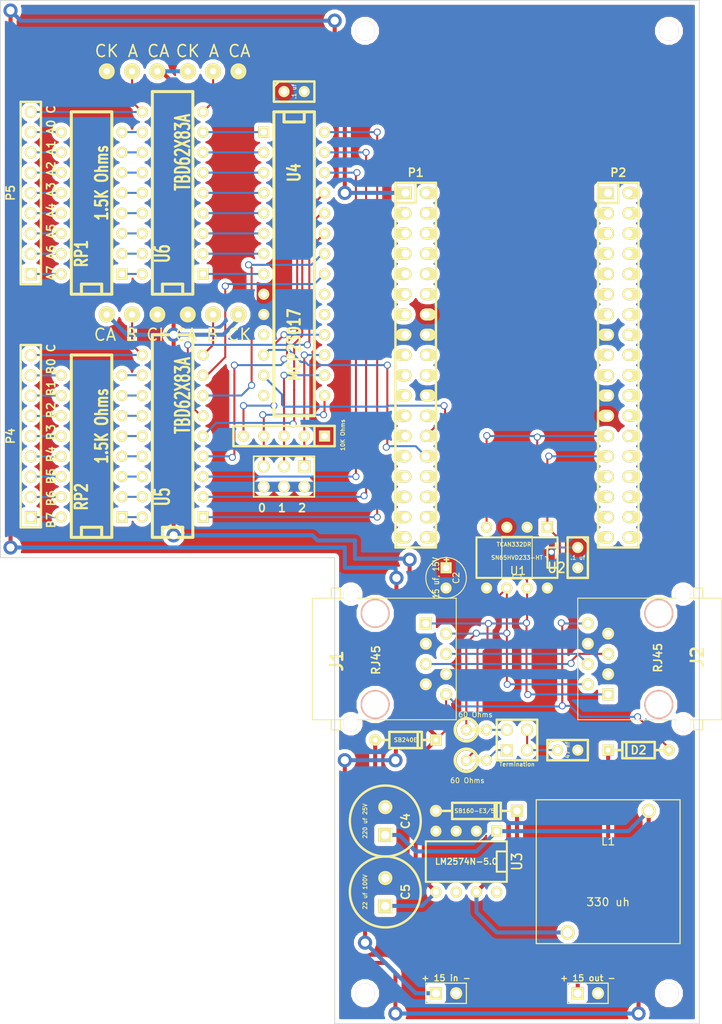
<source format=kicad_pcb>
(kicad_pcb (version 3) (host pcbnew "(22-Jun-2014 BZR 4027)-stable")
  (layers (15 F.Cu signal) (0 B.Cu signal) (18 B.Paste user) (19 F.Paste user) (20 B.SilkS user) (21 F.SilkS user) (22 B.Mask user) (23 F.Mask user) (28 Edge.Cuts user))
  (net 0 "")
  (net 1 +12V)
  (net 2 +3.3V)
  (net 3 +5V)
  (net 4 "/16 Led Driver/SCL")
  (net 5 "/16 Led Driver/SDA")
  (net 6 /CAN1_RX)
  (net 7 /CAN1_TX)
  (net 8 /CANH)
  (net 9 /CANL)
  (net 10 GND)
  (net 11 N-00000100)
  (net 12 N-00000101)
  (net 13 N-00000102)
  (net 14 N-00000103)
  (net 15 N-00000104)
  (net 16 N-00000105)
  (net 17 N-00000106)
  (net 18 N-00000107)
  (net 19 N-00000108)
  (net 20 N-00000109)
  (net 21 N-0000011)
  (net 22 N-00000110)
  (net 23 N-00000111)
  (net 24 N-00000112)
  (net 25 N-00000113)
  (net 26 N-00000114)
  (net 27 N-00000115)
  (net 28 N-00000116)
  (net 29 N-00000117)
  (net 30 N-00000118)
  (net 31 N-00000119)
  (net 32 N-0000012)
  (net 33 N-00000120)
  (net 34 N-00000121)
  (net 35 N-00000122)
  (net 36 N-00000123)
  (net 37 N-00000124)
  (net 38 N-00000125)
  (net 39 N-00000126)
  (net 40 N-00000127)
  (net 41 N-00000128)
  (net 42 N-00000129)
  (net 43 N-0000013)
  (net 44 N-00000130)
  (net 45 N-00000131)
  (net 46 N-00000132)
  (net 47 N-00000133)
  (net 48 N-00000134)
  (net 49 N-00000135)
  (net 50 N-00000136)
  (net 51 N-00000137)
  (net 52 N-00000138)
  (net 53 N-000003)
  (net 54 N-000004)
  (net 55 N-0000072)
  (net 56 N-0000073)
  (net 57 N-0000082)
  (net 58 N-0000083)
  (net 59 N-0000084)
  (net 60 N-0000085)
  (net 61 N-0000086)
  (net 62 N-0000087)
  (net 63 N-0000088)
  (net 64 N-0000089)
  (net 65 N-0000090)
  (net 66 N-0000091)
  (net 67 N-0000092)
  (net 68 N-0000093)
  (net 69 N-0000094)
  (net 70 N-0000095)
  (net 71 N-0000096)
  (net 72 N-0000097)
  (net 73 N-0000098)
  (net 74 N-0000099)
  (module pin_socket_18x2 (layer F.Cu) (at 128.27 102.87 270)
    (fp_text reference P1 (at -24.13 0 360) (layer F.SilkS) (effects (font (size 1.016 1.016) (thickness 0.2032))))
    (fp_text value POCKETBEAGLE-P1 hide)
    (pad 1 thru_hole rect (at -21.59 1.27 270) (size 1.524 1.99898) (drill 1.00076 (offset 0 0.24892)) (layers *.Cu *.Mask F.SilkS) (net 3 +5V))
    (pad 2 thru_hole oval (at -21.59 -1.27 270) (size 1.524 1.99898) (drill 1.00076 (offset 0 -0.24892)) (layers *.Cu *.Mask F.SilkS))
    (pad 3 thru_hole oval (at -19.05 1.27 270) (size 1.524 1.99898) (drill 1.00076 (offset 0 0.24892)) (layers *.Cu *.Mask F.SilkS))
    (pad 4 thru_hole oval (at -19.05 -1.27 270) (size 1.524 1.99898) (drill 1.00076 (offset 0 -0.24892)) (layers *.Cu *.Mask F.SilkS))
    (pad 5 thru_hole oval (at -16.51 1.27 270) (size 1.524 1.99898) (drill 1.00076 (offset 0 0.24892)) (layers *.Cu *.Mask F.SilkS))
    (pad 6 thru_hole oval (at -16.51 -1.27 270) (size 1.524 1.99898) (drill 1.00076 (offset 0 -0.24892)) (layers *.Cu *.Mask F.SilkS))
    (pad 7 thru_hole oval (at -13.97 1.27 270) (size 1.524 1.99898) (drill 1.00076 (offset 0 0.24892)) (layers *.Cu *.Mask F.SilkS))
    (pad 8 thru_hole oval (at -13.97 -1.27 270) (size 1.524 1.99898) (drill 1.00076 (offset 0 -0.24892)) (layers *.Cu *.Mask F.SilkS))
    (pad 9 thru_hole oval (at -11.43 1.27 270) (size 1.524 1.99898) (drill 1.00076 (offset 0 0.24892)) (layers *.Cu *.Mask F.SilkS))
    (pad 10 thru_hole oval (at -11.43 -1.27 270) (size 1.524 1.99898) (drill 1.00076 (offset 0 -0.24892)) (layers *.Cu *.Mask F.SilkS))
    (pad 11 thru_hole oval (at -8.89 1.27 270) (size 1.524 1.99898) (drill 1.00076 (offset 0 0.24892)) (layers *.Cu *.Mask F.SilkS))
    (pad 12 thru_hole oval (at -8.89 -1.27 270) (size 1.524 1.99898) (drill 1.00076 (offset 0 -0.24892)) (layers *.Cu *.Mask F.SilkS))
    (pad 13 thru_hole oval (at -6.35 1.27 270) (size 1.524 1.99898) (drill 1.00076 (offset 0 0.24892)) (layers *.Cu *.Mask F.SilkS))
    (pad 14 thru_hole oval (at -6.35 -1.27 270) (size 1.524 1.99898) (drill 1.00076 (offset 0 -0.24892)) (layers *.Cu *.Mask F.SilkS) (net 2 +3.3V))
    (pad 15 thru_hole oval (at -3.81 1.27 270) (size 1.524 1.99898) (drill 1.00076 (offset 0 0.24892)) (layers *.Cu *.Mask F.SilkS) (net 10 GND))
    (pad 16 thru_hole oval (at -3.81 -1.27 270) (size 1.524 1.99898) (drill 1.00076 (offset 0 -0.24892)) (layers *.Cu *.Mask F.SilkS) (net 10 GND))
    (pad 17 thru_hole oval (at -1.27 1.27 270) (size 1.524 1.99898) (drill 1.00076 (offset 0 0.24892)) (layers *.Cu *.Mask F.SilkS))
    (pad 18 thru_hole oval (at -1.27 -1.27 270) (size 1.524 1.99898) (drill 1.00076 (offset 0 -0.24892)) (layers *.Cu *.Mask F.SilkS))
    (pad 19 thru_hole oval (at 1.27 1.27 270) (size 1.524 1.99898) (drill 1.00076 (offset 0 0.24892)) (layers *.Cu *.Mask F.SilkS))
    (pad 20 thru_hole oval (at 1.27 -1.27 270) (size 1.524 1.99898) (drill 1.00076 (offset 0 -0.24892)) (layers *.Cu *.Mask F.SilkS))
    (pad 21 thru_hole oval (at 3.81 1.27 270) (size 1.524 1.99898) (drill 1.00076 (offset 0 0.24892)) (layers *.Cu *.Mask F.SilkS))
    (pad 22 thru_hole oval (at 3.81 -1.27 270) (size 1.524 1.99898) (drill 1.00076 (offset 0 -0.24892)) (layers *.Cu *.Mask F.SilkS) (net 10 GND))
    (pad 23 thru_hole oval (at 6.35 1.27 270) (size 1.524 1.99898) (drill 1.00076 (offset 0 0.24892)) (layers *.Cu *.Mask F.SilkS))
    (pad 24 thru_hole oval (at 6.35 -1.27 270) (size 1.524 1.99898) (drill 1.00076 (offset 0 -0.24892)) (layers *.Cu *.Mask F.SilkS))
    (pad 25 thru_hole oval (at 8.89 1.27 270) (size 1.524 1.99898) (drill 1.00076 (offset 0 0.24892)) (layers *.Cu *.Mask F.SilkS))
    (pad 26 thru_hole oval (at 8.89 -1.27 270) (size 1.524 1.99898) (drill 1.00076 (offset 0 -0.24892)) (layers *.Cu *.Mask F.SilkS) (net 5 "/16 Led Driver/SDA"))
    (pad 27 thru_hole oval (at 11.43 1.27 270) (size 1.524 1.99898) (drill 1.00076 (offset 0 0.24892)) (layers *.Cu *.Mask F.SilkS))
    (pad 28 thru_hole oval (at 11.43 -1.27 270) (size 1.524 1.99898) (drill 1.00076 (offset 0 -0.24892)) (layers *.Cu *.Mask F.SilkS) (net 4 "/16 Led Driver/SCL"))
    (pad 29 thru_hole oval (at 13.97 1.27 270) (size 1.524 1.99898) (drill 1.00076 (offset 0 0.24892)) (layers *.Cu *.Mask F.SilkS))
    (pad 30 thru_hole oval (at 13.97 -1.27 270) (size 1.524 1.99898) (drill 1.00076 (offset 0 -0.24892)) (layers *.Cu *.Mask F.SilkS))
    (pad 31 thru_hole oval (at 16.51 1.27 270) (size 1.524 1.99898) (drill 1.00076 (offset 0 0.24892)) (layers *.Cu *.Mask F.SilkS))
    (pad 32 thru_hole oval (at 16.51 -1.27 270) (size 1.524 1.99898) (drill 1.00076 (offset 0 -0.24892)) (layers *.Cu *.Mask F.SilkS))
    (pad 33 thru_hole oval (at 19.05 1.27 270) (size 1.524 1.99898) (drill 1.00076 (offset 0 0.24892)) (layers *.Cu *.Mask F.SilkS))
    (pad 34 thru_hole oval (at 19.05 -1.27 270) (size 1.524 1.99898) (drill 1.00076 (offset 0 -0.24892)) (layers *.Cu *.Mask F.SilkS))
    (pad 35 thru_hole oval (at 21.59 1.27 270) (size 1.524 1.99898) (drill 1.00076 (offset 0 0.24892)) (layers *.Cu *.Mask F.SilkS))
    (pad 36 thru_hole oval (at 21.59 -1.27 270) (size 1.524 1.99898) (drill 1.00076 (offset 0 -0.24892)) (layers *.Cu *.Mask F.SilkS))
  )
  (module pin_socket_18x2 (layer F.Cu) (at 153.67 102.87 270)
    (fp_text reference P2 (at -24.13 0 360) (layer F.SilkS) (effects (font (size 1.016 1.016) (thickness 0.2032))))
    (fp_text value POCKETBEAGLE-P2 hide)
    (pad 1 thru_hole rect (at -21.59 1.27 270) (size 1.524 1.99898) (drill 1.00076 (offset 0 0.24892)) (layers *.Cu *.Mask F.SilkS))
    (pad 2 thru_hole oval (at -21.59 -1.27 270) (size 1.524 1.99898) (drill 1.00076 (offset 0 -0.24892)) (layers *.Cu *.Mask F.SilkS))
    (pad 3 thru_hole oval (at -19.05 1.27 270) (size 1.524 1.99898) (drill 1.00076 (offset 0 0.24892)) (layers *.Cu *.Mask F.SilkS))
    (pad 4 thru_hole oval (at -19.05 -1.27 270) (size 1.524 1.99898) (drill 1.00076 (offset 0 -0.24892)) (layers *.Cu *.Mask F.SilkS))
    (pad 5 thru_hole oval (at -16.51 1.27 270) (size 1.524 1.99898) (drill 1.00076 (offset 0 0.24892)) (layers *.Cu *.Mask F.SilkS))
    (pad 6 thru_hole oval (at -16.51 -1.27 270) (size 1.524 1.99898) (drill 1.00076 (offset 0 -0.24892)) (layers *.Cu *.Mask F.SilkS))
    (pad 7 thru_hole oval (at -13.97 1.27 270) (size 1.524 1.99898) (drill 1.00076 (offset 0 0.24892)) (layers *.Cu *.Mask F.SilkS))
    (pad 8 thru_hole oval (at -13.97 -1.27 270) (size 1.524 1.99898) (drill 1.00076 (offset 0 -0.24892)) (layers *.Cu *.Mask F.SilkS))
    (pad 9 thru_hole oval (at -11.43 1.27 270) (size 1.524 1.99898) (drill 1.00076 (offset 0 0.24892)) (layers *.Cu *.Mask F.SilkS))
    (pad 10 thru_hole oval (at -11.43 -1.27 270) (size 1.524 1.99898) (drill 1.00076 (offset 0 -0.24892)) (layers *.Cu *.Mask F.SilkS))
    (pad 11 thru_hole oval (at -8.89 1.27 270) (size 1.524 1.99898) (drill 1.00076 (offset 0 0.24892)) (layers *.Cu *.Mask F.SilkS))
    (pad 12 thru_hole oval (at -8.89 -1.27 270) (size 1.524 1.99898) (drill 1.00076 (offset 0 -0.24892)) (layers *.Cu *.Mask F.SilkS))
    (pad 13 thru_hole oval (at -6.35 1.27 270) (size 1.524 1.99898) (drill 1.00076 (offset 0 0.24892)) (layers *.Cu *.Mask F.SilkS))
    (pad 14 thru_hole oval (at -6.35 -1.27 270) (size 1.524 1.99898) (drill 1.00076 (offset 0 -0.24892)) (layers *.Cu *.Mask F.SilkS))
    (pad 15 thru_hole oval (at -3.81 1.27 270) (size 1.524 1.99898) (drill 1.00076 (offset 0 0.24892)) (layers *.Cu *.Mask F.SilkS) (net 10 GND))
    (pad 16 thru_hole oval (at -3.81 -1.27 270) (size 1.524 1.99898) (drill 1.00076 (offset 0 -0.24892)) (layers *.Cu *.Mask F.SilkS))
    (pad 17 thru_hole oval (at -1.27 1.27 270) (size 1.524 1.99898) (drill 1.00076 (offset 0 0.24892)) (layers *.Cu *.Mask F.SilkS))
    (pad 18 thru_hole oval (at -1.27 -1.27 270) (size 1.524 1.99898) (drill 1.00076 (offset 0 -0.24892)) (layers *.Cu *.Mask F.SilkS))
    (pad 19 thru_hole oval (at 1.27 1.27 270) (size 1.524 1.99898) (drill 1.00076 (offset 0 0.24892)) (layers *.Cu *.Mask F.SilkS))
    (pad 20 thru_hole oval (at 1.27 -1.27 270) (size 1.524 1.99898) (drill 1.00076 (offset 0 -0.24892)) (layers *.Cu *.Mask F.SilkS))
    (pad 21 thru_hole oval (at 3.81 1.27 270) (size 1.524 1.99898) (drill 1.00076 (offset 0 0.24892)) (layers *.Cu *.Mask F.SilkS) (net 10 GND))
    (pad 22 thru_hole oval (at 3.81 -1.27 270) (size 1.524 1.99898) (drill 1.00076 (offset 0 -0.24892)) (layers *.Cu *.Mask F.SilkS))
    (pad 23 thru_hole oval (at 6.35 1.27 270) (size 1.524 1.99898) (drill 1.00076 (offset 0 0.24892)) (layers *.Cu *.Mask F.SilkS) (net 2 +3.3V))
    (pad 24 thru_hole oval (at 6.35 -1.27 270) (size 1.524 1.99898) (drill 1.00076 (offset 0 -0.24892)) (layers *.Cu *.Mask F.SilkS))
    (pad 25 thru_hole oval (at 8.89 1.27 270) (size 1.524 1.99898) (drill 1.00076 (offset 0 0.24892)) (layers *.Cu *.Mask F.SilkS) (net 6 /CAN1_RX))
    (pad 26 thru_hole oval (at 8.89 -1.27 270) (size 1.524 1.99898) (drill 1.00076 (offset 0 -0.24892)) (layers *.Cu *.Mask F.SilkS))
    (pad 27 thru_hole oval (at 11.43 1.27 270) (size 1.524 1.99898) (drill 1.00076 (offset 0 0.24892)) (layers *.Cu *.Mask F.SilkS) (net 7 /CAN1_TX))
    (pad 28 thru_hole oval (at 11.43 -1.27 270) (size 1.524 1.99898) (drill 1.00076 (offset 0 -0.24892)) (layers *.Cu *.Mask F.SilkS))
    (pad 29 thru_hole oval (at 13.97 1.27 270) (size 1.524 1.99898) (drill 1.00076 (offset 0 0.24892)) (layers *.Cu *.Mask F.SilkS))
    (pad 30 thru_hole oval (at 13.97 -1.27 270) (size 1.524 1.99898) (drill 1.00076 (offset 0 -0.24892)) (layers *.Cu *.Mask F.SilkS))
    (pad 31 thru_hole oval (at 16.51 1.27 270) (size 1.524 1.99898) (drill 1.00076 (offset 0 0.24892)) (layers *.Cu *.Mask F.SilkS))
    (pad 32 thru_hole oval (at 16.51 -1.27 270) (size 1.524 1.99898) (drill 1.00076 (offset 0 -0.24892)) (layers *.Cu *.Mask F.SilkS))
    (pad 33 thru_hole oval (at 19.05 1.27 270) (size 1.524 1.99898) (drill 1.00076 (offset 0 0.24892)) (layers *.Cu *.Mask F.SilkS))
    (pad 34 thru_hole oval (at 19.05 -1.27 270) (size 1.524 1.99898) (drill 1.00076 (offset 0 -0.24892)) (layers *.Cu *.Mask F.SilkS))
    (pad 35 thru_hole oval (at 21.59 1.27 270) (size 1.524 1.99898) (drill 1.00076 (offset 0 0.24892)) (layers *.Cu *.Mask F.SilkS))
    (pad 36 thru_hole oval (at 21.59 -1.27 270) (size 1.524 1.99898) (drill 1.00076 (offset 0 -0.24892)) (layers *.Cu *.Mask F.SilkS))
  )
  (module SOIC-8_N (layer F.Cu) (at 140.97 127 90)
    (fp_text reference U1 (at -1.651 0.127 180) (layer F.SilkS))
    (fp_text value TCAN332DR (at 1.651 -0.381 180) (layer F.SilkS) (effects (font (size 0.508 0.508) (thickness 0.1016))))
    (pad 8 smd rect (at -1.875 -2.7 90) (size 0.6 1.6) (layers F.Cu F.Paste F.Mask))
    (pad 1 smd rect (at -1.875 2.7 90) (size 0.6 1.6) (layers F.Cu F.Paste F.Mask) (net 7 /CAN1_TX))
    (pad 7 smd rect (at -0.625 -2.7 90) (size 0.6 1.6) (layers F.Cu F.Paste F.Mask) (net 8 /CANH))
    (pad 6 smd rect (at 0.625 -2.7 90) (size 0.6 1.6) (layers F.Cu F.Paste F.Mask) (net 9 /CANL))
    (pad 5 smd rect (at 1.875 -2.7 90) (size 0.6 1.6) (layers F.Cu F.Paste F.Mask))
    (pad 2 smd rect (at -0.625 2.7 90) (size 0.6 1.6) (layers F.Cu F.Paste F.Mask) (net 10 GND))
    (pad 3 smd rect (at 0.625 2.7 90) (size 0.6 1.6) (layers F.Cu F.Paste F.Mask) (net 2 +3.3V))
    (pad 4 smd rect (at 1.875 2.7 90) (size 0.6 1.6) (layers F.Cu F.Paste F.Mask) (net 6 /CAN1_RX))
  )
  (module ScrewTerm2.54-2 (layer F.Cu) (at 132.08 181.61)
    (fp_text reference T1 hide)
    (fp_text value "+ 15 in -" (at 0 -1.905) (layer F.SilkS) (effects (font (size 0.762 0.762) (thickness 0.1524))))
    (pad 1 thru_hole rect (at -1.27 0 90) (size 1.524 1.524) (drill 1.016) (layers *.Cu *.Mask F.SilkS) (net 56 N-0000073))
    (pad 2 thru_hole circle (at 1.27 0 90) (size 1.524 1.524) (drill 1.016) (layers *.Cu *.Mask F.SilkS) (net 10 GND))
  )
  (module ScrewTerm2.54-2 (layer F.Cu) (at 149.86 181.61)
    (fp_text reference T2 hide)
    (fp_text value "+ 15 out -" (at 0 -1.905) (layer F.SilkS) (effects (font (size 0.762 0.762) (thickness 0.1524))))
    (pad 1 thru_hole rect (at -1.27 0 90) (size 1.524 1.524) (drill 1.016) (layers *.Cu *.Mask F.SilkS) (net 55 N-0000072))
    (pad 2 thru_hole circle (at 1.27 0 90) (size 1.524 1.524) (drill 1.016) (layers *.Cu *.Mask F.SilkS) (net 10 GND))
  )
  (module RJ45_8N-S (layer F.Cu) (at 123.19 139.7 270)
    (fp_text reference J1 (at 0.254 4.826 270) (layer F.SilkS) (effects (font (size 1.524 1.524) (thickness 0.3048))))
    (fp_text value RJ45 (at 0.14224 -0.1016 270) (layer F.SilkS) (effects (font (size 1.00076 1.00076) (thickness 0.2032))))
    (pad "" np_thru_hole circle (at 5.715 0 270) (size 3.64998 3.64998) (drill 3.2512) (layers *.Cu *.SilkS *.Mask))
    (pad "" np_thru_hole circle (at -5.715 0 270) (size 3.64998 3.64998) (drill 3.2512) (layers *.Cu *.SilkS *.Mask))
    (pad 1 thru_hole rect (at -4.445 -6.35 270) (size 1.50114 1.50114) (drill 0.89916) (layers *.Cu *.Mask F.SilkS) (net 8 /CANH))
    (pad 2 thru_hole circle (at -3.175 -8.89 270) (size 1.50114 1.50114) (drill 0.89916) (layers *.Cu *.Mask F.SilkS) (net 9 /CANL))
    (pad 3 thru_hole circle (at -1.905 -6.35 270) (size 1.50114 1.50114) (drill 0.89916) (layers *.Cu *.Mask F.SilkS) (net 10 GND))
    (pad 4 thru_hole circle (at -0.635 -8.89 270) (size 1.50114 1.50114) (drill 0.89916) (layers *.Cu *.Mask F.SilkS) (net 54 N-000004))
    (pad 5 thru_hole circle (at 0.635 -6.35 270) (size 1.50114 1.50114) (drill 0.89916) (layers *.Cu *.Mask F.SilkS) (net 53 N-000003))
    (pad 6 thru_hole circle (at 1.905 -8.89 270) (size 1.50114 1.50114) (drill 0.89916) (layers *.Cu *.Mask F.SilkS) (net 10 GND))
    (pad 7 thru_hole circle (at 3.175 -6.35 270) (size 1.50114 1.50114) (drill 0.89916) (layers *.Cu *.Mask F.SilkS) (net 10 GND))
    (pad 8 thru_hole circle (at 4.445 -8.89 270) (size 1.50114 1.50114) (drill 0.89916) (layers *.Cu *.Mask F.SilkS) (net 1 +12V))
    (pad "" thru_hole circle (at -8.128 3.048 270) (size 1.9304 1.9304) (drill 1.9304) (layers *.Cu *.Mask F.SilkS))
    (pad "" thru_hole circle (at 8.128 3.048 270) (size 1.9304 1.9304) (drill 1.9304) (layers *.Cu *.Mask F.SilkS))
  )
  (module RJ45_8N-S (layer F.Cu) (at 158.75 139.7 90)
    (fp_text reference J2 (at 0.254 4.826 90) (layer F.SilkS) (effects (font (size 1.524 1.524) (thickness 0.3048))))
    (fp_text value RJ45 (at 0.14224 -0.1016 90) (layer F.SilkS) (effects (font (size 1.00076 1.00076) (thickness 0.2032))))
    (pad "" np_thru_hole circle (at 5.715 0 90) (size 3.64998 3.64998) (drill 3.2512) (layers *.Cu *.SilkS *.Mask))
    (pad "" np_thru_hole circle (at -5.715 0 90) (size 3.64998 3.64998) (drill 3.2512) (layers *.Cu *.SilkS *.Mask))
    (pad 1 thru_hole rect (at -4.445 -6.35 90) (size 1.50114 1.50114) (drill 0.89916) (layers *.Cu *.Mask F.SilkS) (net 8 /CANH))
    (pad 2 thru_hole circle (at -3.175 -8.89 90) (size 1.50114 1.50114) (drill 0.89916) (layers *.Cu *.Mask F.SilkS) (net 9 /CANL))
    (pad 3 thru_hole circle (at -1.905 -6.35 90) (size 1.50114 1.50114) (drill 0.89916) (layers *.Cu *.Mask F.SilkS) (net 10 GND))
    (pad 4 thru_hole circle (at -0.635 -8.89 90) (size 1.50114 1.50114) (drill 0.89916) (layers *.Cu *.Mask F.SilkS) (net 54 N-000004))
    (pad 5 thru_hole circle (at 0.635 -6.35 90) (size 1.50114 1.50114) (drill 0.89916) (layers *.Cu *.Mask F.SilkS) (net 53 N-000003))
    (pad 6 thru_hole circle (at 1.905 -8.89 90) (size 1.50114 1.50114) (drill 0.89916) (layers *.Cu *.Mask F.SilkS) (net 10 GND))
    (pad 7 thru_hole circle (at 3.175 -6.35 90) (size 1.50114 1.50114) (drill 0.89916) (layers *.Cu *.Mask F.SilkS) (net 10 GND))
    (pad 8 thru_hole circle (at 4.445 -8.89 90) (size 1.50114 1.50114) (drill 0.89916) (layers *.Cu *.Mask F.SilkS) (net 1 +12V))
    (pad "" thru_hole circle (at -8.128 3.048 90) (size 1.9304 1.9304) (drill 1.9304) (layers *.Cu *.Mask F.SilkS))
    (pad "" thru_hole circle (at 8.128 3.048 90) (size 1.9304 1.9304) (drill 1.9304) (layers *.Cu *.Mask F.SilkS))
  )
  (module R1 (layer F.Cu) (at 135.89 152.4)
    (fp_text reference R1 hide)
    (fp_text value "60 Ohms" (at -1.143 2.54) (layer F.SilkS) (effects (font (size 0.635 0.635) (thickness 0.1016))))
    (pad 1 thru_hole circle (at -1.27 0) (size 1.397 1.397) (drill 0.8128) (layers *.Cu *.Mask F.SilkS) (net 8 /CANH))
    (pad 2 thru_hole circle (at 1.27 0) (size 1.397 1.397) (drill 0.8128) (layers *.Cu *.Mask F.SilkS) (net 32 N-0000012))
  )
  (module R1 (layer F.Cu) (at 135.89 148.59)
    (fp_text reference R2 hide)
    (fp_text value "60 Ohms" (at -0.127 -1.905) (layer F.SilkS) (effects (font (size 0.635 0.635) (thickness 0.1016))))
    (pad 1 thru_hole circle (at -1.27 0) (size 1.397 1.397) (drill 0.8128) (layers *.Cu *.Mask F.SilkS) (net 9 /CANL))
    (pad 2 thru_hole circle (at 1.27 0) (size 1.397 1.397) (drill 0.8128) (layers *.Cu *.Mask F.SilkS) (net 21 N-0000011))
  )
  (module PIN_ARRAY_2X2 (layer F.Cu) (at 140.97 149.86)
    (fp_text reference JMP1 hide)
    (fp_text value Termination (at 0 3.048) (layer F.SilkS) (effects (font (size 0.508 0.508) (thickness 0.1016))))
    (pad 1 thru_hole rect (at -1.27 1.27) (size 1.524 1.524) (drill 1.016) (layers *.Cu *.Mask F.SilkS) (net 32 N-0000012))
    (pad 2 thru_hole circle (at -1.27 -1.27) (size 1.524 1.524) (drill 1.016) (layers *.Cu *.Mask F.SilkS) (net 21 N-0000011))
    (pad 3 thru_hole circle (at 1.27 1.27) (size 1.524 1.524) (drill 1.016) (layers *.Cu *.Mask F.SilkS) (net 43 N-0000013))
    (pad 4 thru_hole circle (at 1.27 -1.27) (size 1.524 1.524) (drill 1.016) (layers *.Cu *.Mask F.SilkS) (net 43 N-0000013))
  )
  (module DO-35 (layer F.Cu) (at 127 149.86)
    (fp_text reference D1 hide)
    (fp_text value SB240E (at 0 0) (layer F.SilkS) (effects (font (size 0.508 0.508) (thickness 0.1016))))
    (pad 2 thru_hole rect (at 3.81 0) (size 1.4224 1.4224) (drill 0.6096) (layers *.Cu *.Mask F.SilkS) (net 1 +12V))
    (pad 1 thru_hole circle (at -3.81 0) (size 1.4224 1.4224) (drill 0.6096) (layers *.Cu *.Mask F.SilkS) (net 56 N-0000073))
  )
  (module DIP-8__300 (layer F.Cu) (at 140.97 127 180)
    (fp_text reference U2 (at -4.953 -1.27 180) (layer F.SilkS) (effects (font (size 1.27 1.143) (thickness 0.2032))))
    (fp_text value SN65HVD233-HT (at 0 0 180) (layer F.SilkS) (effects (font (size 0.508 0.508) (thickness 0.1016))))
    (pad 1 thru_hole rect (at -3.81 3.81 180) (size 1.397 1.397) (drill 0.8128) (layers *.Cu *.Mask F.SilkS) (net 7 /CAN1_TX))
    (pad 2 thru_hole circle (at -1.27 3.81 180) (size 1.397 1.397) (drill 0.8128) (layers *.Cu *.Mask F.SilkS) (net 10 GND))
    (pad 3 thru_hole circle (at 1.27 3.81 180) (size 1.397 1.397) (drill 0.8128) (layers *.Cu *.Mask F.SilkS) (net 2 +3.3V))
    (pad 4 thru_hole circle (at 3.81 3.81 180) (size 1.397 1.397) (drill 0.8128) (layers *.Cu *.Mask F.SilkS) (net 6 /CAN1_RX))
    (pad 5 thru_hole circle (at 3.81 -3.81 180) (size 1.397 1.397) (drill 0.8128) (layers *.Cu *.Mask F.SilkS) (net 10 GND))
    (pad 6 thru_hole circle (at 1.27 -3.81 180) (size 1.397 1.397) (drill 0.8128) (layers *.Cu *.Mask F.SilkS) (net 9 /CANL))
    (pad 7 thru_hole circle (at -1.27 -3.81 180) (size 1.397 1.397) (drill 0.8128) (layers *.Cu *.Mask F.SilkS) (net 8 /CANH))
    (pad 8 thru_hole circle (at -3.81 -3.81 180) (size 1.397 1.397) (drill 0.8128) (layers *.Cu *.Mask F.SilkS) (net 10 GND))
  )
  (module C1V5 (layer F.Cu) (at 132.08 129.54 270)
    (fp_text reference C2 (at 0 -1.26746 270) (layer F.SilkS) (effects (font (size 0.762 0.762) (thickness 0.127))))
    (fp_text value "15 uf, 15V" (at 0 1.27 270) (layer F.SilkS) (effects (font (size 0.762 0.635) (thickness 0.127))))
    (fp_text user + (at -2.286 0 270) (layer F.SilkS) (effects (font (size 0.762 0.762) (thickness 0.2032))))
    (pad 1 thru_hole rect (at -1.27 0 270) (size 1.397 1.397) (drill 0.8128) (layers *.Cu *.Mask F.SilkS) (net 2 +3.3V))
    (pad 2 thru_hole circle (at 1.27 0 270) (size 1.397 1.397) (drill 0.8128) (layers *.Cu *.Mask F.SilkS) (net 10 GND))
  )
  (module C1 (layer F.Cu) (at 148.59 127 270)
    (fp_text reference C1 hide)
    (fp_text value ".1 uf" (at 0 0 360) (layer F.SilkS) (effects (font (size 0.508 0.508) (thickness 0.1016))))
    (pad 1 thru_hole circle (at -1.27 0 270) (size 1.397 1.397) (drill 0.8128) (layers *.Cu *.Mask F.SilkS) (net 2 +3.3V))
    (pad 2 thru_hole circle (at 1.27 0 270) (size 1.397 1.397) (drill 0.8128) (layers *.Cu *.Mask F.SilkS) (net 10 GND))
  )
  (module C1 (layer F.Cu) (at 147.32 151.13)
    (fp_text reference C3 hide)
    (fp_text value "47 nf" (at 0 0 90) (layer F.SilkS) (effects (font (size 0.508 0.508) (thickness 0.1016))))
    (pad 1 thru_hole circle (at -1.27 0) (size 1.397 1.397) (drill 0.8128) (layers *.Cu *.Mask F.SilkS) (net 43 N-0000013))
    (pad 2 thru_hole circle (at 1.27 0) (size 1.397 1.397) (drill 0.8128) (layers *.Cu *.Mask F.SilkS) (net 10 GND))
  )
  (module DO-35 (layer F.Cu) (at 156.21 151.13 180)
    (fp_text reference D2 (at 0 0 180) (layer F.SilkS) (effects (font (size 1.016 1.016) (thickness 0.2032))))
    (fp_text value SB240E hide)
    (pad 2 thru_hole rect (at 3.81 0 180) (size 1.4224 1.4224) (drill 0.6096) (layers *.Cu *.Mask F.SilkS) (net 55 N-0000072))
    (pad 1 thru_hole circle (at -3.81 0 180) (size 1.4224 1.4224) (drill 0.6096) (layers *.Cu *.Mask F.SilkS) (net 1 +12V))
  )
  (module MountingHole_2-5mm_RevA_Date21Jun2010 (layer F.Cu) (at 160.02 60.96)
    (fp_text reference MH hide)
    (fp_text value MountingHole_2-5mm_RevA_Date21Jun2010 hide)
    (pad "" thru_hole circle (at 0 0) (size 2.49936 2.49936) (drill 2.49936) (layers *.Cu))
  )
  (module MountingHole_2-5mm_RevA_Date21Jun2010 (layer F.Cu) (at 121.92 60.96)
    (fp_text reference MH hide)
    (fp_text value MountingHole_2-5mm_RevA_Date21Jun2010 hide)
    (pad "" thru_hole circle (at 0 0) (size 2.49936 2.49936) (drill 2.49936) (layers *.Cu))
  )
  (module MountingHole_2-5mm_RevA_Date21Jun2010 (layer F.Cu) (at 160.02 181.61)
    (fp_text reference MH hide)
    (fp_text value MountingHole_2-5mm_RevA_Date21Jun2010 hide)
    (pad "" thru_hole circle (at 0 0) (size 2.49936 2.49936) (drill 2.49936) (layers *.Cu))
  )
  (module MountingHole_2-5mm_RevA_Date21Jun2010 (layer F.Cu) (at 121.92 181.61)
    (fp_text reference MH hide)
    (fp_text value MountingHole_2-5mm_RevA_Date21Jun2010 hide)
    (pad "" thru_hole circle (at 0 0) (size 2.49936 2.49936) (drill 2.49936) (layers *.Cu))
  )
  (module DO-41 (layer F.Cu) (at 135.89 158.75)
    (fp_text reference D3 hide)
    (fp_text value SB160-E3/54 (at 0 0) (layer F.SilkS) (effects (font (size 0.508 0.508) (thickness 0.1016))))
    (pad 2 thru_hole rect (at 5.08 0) (size 1.524 1.524) (drill 0.889) (layers *.Cu *.Mask F.SilkS) (net 57 N-0000082))
    (pad 1 thru_hole circle (at -5.08 0) (size 1.524 1.524) (drill 0.889) (layers *.Cu *.Mask F.SilkS) (net 10 GND))
  )
  (module DIP-8__300 (layer F.Cu) (at 134.62 165.1 180)
    (fp_text reference U3 (at -6.35 0 270) (layer F.SilkS) (effects (font (size 1.27 1.143) (thickness 0.2032))))
    (fp_text value LM2574N-5.0 (at 0 0 180) (layer F.SilkS) (effects (font (size 0.75 0.75))))
    (pad 1 thru_hole rect (at -3.81 3.81 180) (size 1.397 1.397) (drill 0.8128) (layers *.Cu *.Mask F.SilkS) (net 3 +5V))
    (pad 2 thru_hole circle (at -1.27 3.81 180) (size 1.397 1.397) (drill 0.8128) (layers *.Cu *.Mask F.SilkS) (net 10 GND))
    (pad 3 thru_hole circle (at 1.27 3.81 180) (size 1.397 1.397) (drill 0.8128) (layers *.Cu *.Mask F.SilkS) (net 10 GND))
    (pad 4 thru_hole circle (at 3.81 3.81 180) (size 1.397 1.397) (drill 0.8128) (layers *.Cu *.Mask F.SilkS) (net 10 GND))
    (pad 5 thru_hole circle (at 3.81 -3.81 180) (size 1.397 1.397) (drill 0.8128) (layers *.Cu *.Mask F.SilkS) (net 1 +12V))
    (pad 6 thru_hole circle (at 1.27 -3.81 180) (size 1.397 1.397) (drill 0.8128) (layers *.Cu *.Mask F.SilkS))
    (pad 7 thru_hole circle (at -1.27 -3.81 180) (size 1.397 1.397) (drill 0.8128) (layers *.Cu *.Mask F.SilkS) (net 57 N-0000082))
    (pad 8 thru_hole circle (at -3.81 -3.81 180) (size 1.397 1.397) (drill 0.8128) (layers *.Cu *.Mask F.SilkS))
  )
  (module C1-3V8 (layer F.Cu) (at 124.46 160.02 90)
    (fp_text reference C4 (at 0 2.54 90) (layer F.SilkS) (effects (font (size 1.016 1.016) (thickness 0.2032))))
    (fp_text value "220 uf 25V" (at 0 -2.54 90) (layer F.SilkS) (effects (font (size 0.508 0.508) (thickness 0.1016))))
    (pad 1 thru_hole rect (at -1.75 0 90) (size 1.778 1.778) (drill 1.016) (layers *.Cu *.Mask F.SilkS) (net 3 +5V))
    (pad 2 thru_hole circle (at 1.75 0 90) (size 1.778 1.778) (drill 1.016) (layers *.Cu *.Mask F.SilkS) (net 10 GND))
  )
  (module C1-3V8 (layer F.Cu) (at 124.46 168.91 90)
    (fp_text reference C5 (at 0 2.54 90) (layer F.SilkS) (effects (font (size 1.016 1.016) (thickness 0.2032))))
    (fp_text value "22 uf 100V" (at 0 -2.54 90) (layer F.SilkS) (effects (font (size 0.508 0.508) (thickness 0.1016))))
    (pad 1 thru_hole rect (at -1.75 0 90) (size 1.778 1.778) (drill 1.016) (layers *.Cu *.Mask F.SilkS) (net 1 +12V))
    (pad 2 thru_hole circle (at 1.75 0 90) (size 1.778 1.778) (drill 1.016) (layers *.Cu *.Mask F.SilkS) (net 10 GND))
  )
  (module PE-LowProfile (layer F.Cu) (at 152.4 166.37)
    (fp_text reference L1 (at 0 -3.81) (layer F.SilkS))
    (fp_text value "330 uh" (at 0 3.81) (layer F.SilkS))
    (pad 1 thru_hole circle (at 5.08 -7.62) (size 1.78 1.78) (drill 1.14) (layers *.Cu *.Mask F.SilkS) (net 3 +5V))
    (pad 2 thru_hole circle (at -5.08 7.62) (size 1.78 1.78) (drill 1.14) (layers *.Cu *.Mask F.SilkS) (net 57 N-0000082))
  )
  (module SIL-5 (layer F.Cu) (at 110.49 111.76 180)
    (fp_text reference RR1 hide)
    (fp_text value "10K Ohms" (at -8.636 0.127 270) (layer F.SilkS) (effects (font (size 0.508 0.508) (thickness 0.1016))))
    (pad 1 thru_hole rect (at -6.35 0 180) (size 1.397 1.397) (drill 0.8128) (layers *.Cu *.Mask F.SilkS) (net 2 +3.3V))
    (pad 2 thru_hole circle (at -3.81 0 180) (size 1.397 1.397) (drill 0.8128) (layers *.Cu *.Mask F.SilkS) (net 34 N-00000121))
    (pad 3 thru_hole circle (at -1.27 0 180) (size 1.397 1.397) (drill 0.8128) (layers *.Cu *.Mask F.SilkS) (net 35 N-00000122))
    (pad 4 thru_hole circle (at 1.27 0 180) (size 1.397 1.397) (drill 0.8128) (layers *.Cu *.Mask F.SilkS) (net 36 N-00000123))
    (pad 5 thru_hole circle (at 3.81 0 180) (size 1.397 1.397) (drill 0.8128) (layers *.Cu *.Mask F.SilkS) (net 33 N-00000120))
  )
  (module ScrewTerm_2.54-9 (layer F.Cu) (at 80.01 111.76 90)
    (fp_text reference P4 (at 0 -2.54 90) (layer F.SilkS) (effects (font (size 1.016 1.016) (thickness 0.2032))))
    (fp_text value "B7 B6 B5 B4 B3 B2 B1 B0 C" (at 0 2.54 90) (layer F.SilkS) (effects (font (size 1.016 1.016) (thickness 0.2032))))
    (pad 1 thru_hole rect (at -10.18 0 90) (size 1.524 1.524) (drill 1.016) (layers *.Cu *.Mask F.SilkS) (net 46 N-00000132))
    (pad 2 thru_hole circle (at -7.64 0 90) (size 1.524 1.524) (drill 1.016) (layers *.Cu *.Mask F.SilkS) (net 37 N-00000124))
    (pad 3 thru_hole circle (at -5.1 0 90) (size 1.524 1.524) (drill 1.016) (layers *.Cu *.Mask F.SilkS) (net 31 N-00000119))
    (pad 4 thru_hole circle (at -2.56 0 90) (size 1.524 1.524) (drill 1.016) (layers *.Cu *.Mask F.SilkS) (net 30 N-00000118))
    (pad 5 thru_hole circle (at -0.02 0 90) (size 1.524 1.524) (drill 1.016) (layers *.Cu *.Mask F.SilkS) (net 29 N-00000117))
    (pad 6 thru_hole circle (at 2.52 0 90) (size 1.524 1.524) (drill 1.016) (layers *.Cu *.Mask F.SilkS) (net 28 N-00000116))
    (pad 7 thru_hole circle (at 5.06 0 90) (size 1.524 1.524) (drill 1.016) (layers *.Cu *.Mask F.SilkS) (net 27 N-00000115))
    (pad 8 thru_hole circle (at 7.6 0 90) (size 1.524 1.524) (drill 1.016) (layers *.Cu *.Mask F.SilkS) (net 26 N-00000114))
    (pad 9 thru_hole circle (at 10.14 0 90) (size 1.524 1.524) (drill 1.016) (layers *.Cu *.Mask F.SilkS) (net 17 N-00000106))
  )
  (module ScrewTerm_2.54-9 (layer F.Cu) (at 80.01 81.28 90)
    (fp_text reference P5 (at 0 -2.54 90) (layer F.SilkS) (effects (font (size 1.016 1.016) (thickness 0.2032))))
    (fp_text value "A7 A6 A5 A4 A3 A2 A1 A0 C" (at 0 2.54 90) (layer F.SilkS) (effects (font (size 1.016 1.016) (thickness 0.2032))))
    (pad 1 thru_hole rect (at -10.18 0 90) (size 1.524 1.524) (drill 1.016) (layers *.Cu *.Mask F.SilkS) (net 25 N-00000113))
    (pad 2 thru_hole circle (at -7.64 0 90) (size 1.524 1.524) (drill 1.016) (layers *.Cu *.Mask F.SilkS) (net 24 N-00000112))
    (pad 3 thru_hole circle (at -5.1 0 90) (size 1.524 1.524) (drill 1.016) (layers *.Cu *.Mask F.SilkS) (net 23 N-00000111))
    (pad 4 thru_hole circle (at -2.56 0 90) (size 1.524 1.524) (drill 1.016) (layers *.Cu *.Mask F.SilkS) (net 22 N-00000110))
    (pad 5 thru_hole circle (at -0.02 0 90) (size 1.524 1.524) (drill 1.016) (layers *.Cu *.Mask F.SilkS) (net 20 N-00000109))
    (pad 6 thru_hole circle (at 2.52 0 90) (size 1.524 1.524) (drill 1.016) (layers *.Cu *.Mask F.SilkS) (net 15 N-00000104))
    (pad 7 thru_hole circle (at 5.06 0 90) (size 1.524 1.524) (drill 1.016) (layers *.Cu *.Mask F.SilkS) (net 19 N-00000108))
    (pad 8 thru_hole circle (at 7.6 0 90) (size 1.524 1.524) (drill 1.016) (layers *.Cu *.Mask F.SilkS) (net 18 N-00000107))
    (pad 9 thru_hole circle (at 10.14 0 90) (size 1.524 1.524) (drill 1.016) (layers *.Cu *.Mask F.SilkS) (net 16 N-00000105))
  )
  (module pin_array_3x2 (layer F.Cu) (at 111.76 116.84 180)
    (fp_text reference P3 hide)
    (fp_text value "0  1  2" (at 0.254 -3.937 180) (layer F.SilkS) (effects (font (size 1.016 1.016) (thickness 0.2032))))
    (pad 1 thru_hole rect (at -2.54 1.27 180) (size 1.524 1.524) (drill 1.016) (layers *.Cu *.Mask F.SilkS) (net 34 N-00000121))
    (pad 2 thru_hole circle (at -2.54 -1.27 180) (size 1.524 1.524) (drill 1.016) (layers *.Cu *.Mask F.SilkS) (net 10 GND))
    (pad 3 thru_hole circle (at 0 1.27 180) (size 1.524 1.524) (drill 1.016) (layers *.Cu *.Mask F.SilkS) (net 35 N-00000122))
    (pad 4 thru_hole circle (at 0 -1.27 180) (size 1.524 1.524) (drill 1.016) (layers *.Cu *.Mask F.SilkS) (net 10 GND))
    (pad 5 thru_hole circle (at 2.54 1.27 180) (size 1.524 1.524) (drill 1.016) (layers *.Cu *.Mask F.SilkS) (net 36 N-00000123))
    (pad 6 thru_hole circle (at 2.54 -1.27 180) (size 1.524 1.524) (drill 1.016) (layers *.Cu *.Mask F.SilkS) (net 10 GND))
  )
  (module DIP-28__300 (layer F.Cu) (at 113.03 90.17 270)
    (fp_text reference U4 (at -11.43 0 270) (layer F.SilkS) (effects (font (size 1.524 1.143) (thickness 0.3048))))
    (fp_text value MCP23017 (at 10.16 0 270) (layer F.SilkS) (effects (font (size 1.524 1.143) (thickness 0.3048))))
    (pad 2 thru_hole circle (at -13.97 3.81 270) (size 1.397 1.397) (drill 0.8128) (layers *.Cu *.Mask F.SilkS) (net 68 N-0000093))
    (pad 3 thru_hole circle (at -11.43 3.81 270) (size 1.397 1.397) (drill 0.8128) (layers *.Cu *.Mask F.SilkS) (net 59 N-0000084))
    (pad 4 thru_hole circle (at -8.89 3.81 270) (size 1.397 1.397) (drill 0.8128) (layers *.Cu *.Mask F.SilkS) (net 58 N-0000083))
    (pad 5 thru_hole circle (at -6.35 3.81 270) (size 1.397 1.397) (drill 0.8128) (layers *.Cu *.Mask F.SilkS) (net 60 N-0000085))
    (pad 6 thru_hole circle (at -3.81 3.81 270) (size 1.397 1.397) (drill 0.8128) (layers *.Cu *.Mask F.SilkS) (net 61 N-0000086))
    (pad 7 thru_hole circle (at -1.27 3.81 270) (size 1.397 1.397) (drill 0.8128) (layers *.Cu *.Mask F.SilkS) (net 72 N-0000097))
    (pad 8 thru_hole circle (at 1.27 3.81 270) (size 1.397 1.397) (drill 0.8128) (layers *.Cu *.Mask F.SilkS) (net 73 N-0000098))
    (pad 9 thru_hole circle (at 3.81 3.81 270) (size 1.397 1.397) (drill 0.8128) (layers *.Cu *.Mask F.SilkS) (net 2 +3.3V))
    (pad 10 thru_hole circle (at 6.35 3.81 270) (size 1.397 1.397) (drill 0.8128) (layers *.Cu *.Mask F.SilkS) (net 10 GND))
    (pad 11 thru_hole circle (at 8.89 3.81 270) (size 1.397 1.397) (drill 0.8128) (layers *.Cu *.Mask F.SilkS))
    (pad 12 thru_hole circle (at 11.43 3.81 270) (size 1.397 1.397) (drill 0.8128) (layers *.Cu *.Mask F.SilkS) (net 4 "/16 Led Driver/SCL"))
    (pad 13 thru_hole circle (at 13.97 3.81 270) (size 1.397 1.397) (drill 0.8128) (layers *.Cu *.Mask F.SilkS) (net 5 "/16 Led Driver/SDA"))
    (pad 14 thru_hole circle (at 16.51 3.81 270) (size 1.397 1.397) (drill 0.8128) (layers *.Cu *.Mask F.SilkS))
    (pad 1 thru_hole rect (at -16.51 3.81 270) (size 1.397 1.397) (drill 0.8128) (layers *.Cu *.Mask F.SilkS) (net 67 N-0000092))
    (pad 15 thru_hole circle (at 16.51 -3.81 270) (size 1.397 1.397) (drill 0.8128) (layers *.Cu *.Mask F.SilkS) (net 36 N-00000123))
    (pad 16 thru_hole circle (at 13.97 -3.81 270) (size 1.397 1.397) (drill 0.8128) (layers *.Cu *.Mask F.SilkS) (net 35 N-00000122))
    (pad 17 thru_hole circle (at 11.43 -3.81 270) (size 1.397 1.397) (drill 0.8128) (layers *.Cu *.Mask F.SilkS) (net 34 N-00000121))
    (pad 18 thru_hole circle (at 8.89 -3.81 270) (size 1.397 1.397) (drill 0.8128) (layers *.Cu *.Mask F.SilkS) (net 33 N-00000120))
    (pad 19 thru_hole circle (at 6.35 -3.81 270) (size 1.397 1.397) (drill 0.8128) (layers *.Cu *.Mask F.SilkS))
    (pad 20 thru_hole circle (at 3.81 -3.81 270) (size 1.397 1.397) (drill 0.8128) (layers *.Cu *.Mask F.SilkS))
    (pad 21 thru_hole circle (at 1.27 -3.81 270) (size 1.397 1.397) (drill 0.8128) (layers *.Cu *.Mask F.SilkS) (net 74 N-0000099))
    (pad 22 thru_hole circle (at -1.27 -3.81 270) (size 1.397 1.397) (drill 0.8128) (layers *.Cu *.Mask F.SilkS) (net 11 N-00000100))
    (pad 23 thru_hole circle (at -3.81 -3.81 270) (size 1.397 1.397) (drill 0.8128) (layers *.Cu *.Mask F.SilkS) (net 71 N-0000096))
    (pad 24 thru_hole circle (at -6.35 -3.81 270) (size 1.397 1.397) (drill 0.8128) (layers *.Cu *.Mask F.SilkS) (net 12 N-00000101))
    (pad 25 thru_hole circle (at -8.89 -3.81 270) (size 1.397 1.397) (drill 0.8128) (layers *.Cu *.Mask F.SilkS) (net 13 N-00000102))
    (pad 26 thru_hole circle (at -11.43 -3.81 270) (size 1.397 1.397) (drill 0.8128) (layers *.Cu *.Mask F.SilkS) (net 14 N-00000103))
    (pad 27 thru_hole circle (at -13.97 -3.81 270) (size 1.397 1.397) (drill 0.8128) (layers *.Cu *.Mask F.SilkS) (net 69 N-0000094))
    (pad 28 thru_hole circle (at -16.51 -3.81 270) (size 1.397 1.397) (drill 0.8128) (layers *.Cu *.Mask F.SilkS) (net 70 N-0000095))
  )
  (module DIP-18__300 (layer F.Cu) (at 97.79 111.76 90)
    (fp_text reference U5 (at -7.62 -1.27 90) (layer F.SilkS) (effects (font (size 1.778 1.143) (thickness 0.3048))))
    (fp_text value TBD62X83A (at 5.08 1.27 90) (layer F.SilkS) (effects (font (size 1.778 1.143) (thickness 0.3048))))
    (pad 1 thru_hole rect (at -10.16 3.81 90) (size 1.397 1.397) (drill 0.8128) (layers *.Cu *.Mask F.SilkS) (net 70 N-0000095))
    (pad 2 thru_hole circle (at -7.62 3.81 90) (size 1.397 1.397) (drill 0.8128) (layers *.Cu *.Mask F.SilkS) (net 69 N-0000094))
    (pad 3 thru_hole circle (at -5.08 3.81 90) (size 1.397 1.397) (drill 0.8128) (layers *.Cu *.Mask F.SilkS) (net 14 N-00000103))
    (pad 4 thru_hole circle (at -2.54 3.81 90) (size 1.397 1.397) (drill 0.8128) (layers *.Cu *.Mask F.SilkS) (net 13 N-00000102))
    (pad 5 thru_hole circle (at 0 3.81 90) (size 1.397 1.397) (drill 0.8128) (layers *.Cu *.Mask F.SilkS) (net 12 N-00000101))
    (pad 6 thru_hole circle (at 2.54 3.81 90) (size 1.397 1.397) (drill 0.8128) (layers *.Cu *.Mask F.SilkS) (net 71 N-0000096))
    (pad 7 thru_hole circle (at 5.08 3.81 90) (size 1.397 1.397) (drill 0.8128) (layers *.Cu *.Mask F.SilkS) (net 11 N-00000100))
    (pad 8 thru_hole circle (at 7.62 3.81 90) (size 1.397 1.397) (drill 0.8128) (layers *.Cu *.Mask F.SilkS) (net 74 N-0000099))
    (pad 9 thru_hole circle (at 10.16 3.81 90) (size 1.397 1.397) (drill 0.8128) (layers *.Cu *.Mask F.SilkS) (net 66 N-0000091))
    (pad 10 thru_hole circle (at 10.16 -3.81 90) (size 1.397 1.397) (drill 0.8128) (layers *.Cu *.Mask F.SilkS) (net 17 N-00000106))
    (pad 11 thru_hole circle (at 7.62 -3.81 90) (size 1.397 1.397) (drill 0.8128) (layers *.Cu *.Mask F.SilkS) (net 38 N-00000125))
    (pad 12 thru_hole circle (at 5.08 -3.81 90) (size 1.397 1.397) (drill 0.8128) (layers *.Cu *.Mask F.SilkS) (net 39 N-00000126))
    (pad 13 thru_hole circle (at 2.54 -3.81 90) (size 1.397 1.397) (drill 0.8128) (layers *.Cu *.Mask F.SilkS) (net 40 N-00000127))
    (pad 14 thru_hole circle (at 0 -3.81 90) (size 1.397 1.397) (drill 0.8128) (layers *.Cu *.Mask F.SilkS) (net 42 N-00000129))
    (pad 15 thru_hole circle (at -2.54 -3.81 90) (size 1.397 1.397) (drill 0.8128) (layers *.Cu *.Mask F.SilkS) (net 44 N-00000130))
    (pad 16 thru_hole circle (at -5.08 -3.81 90) (size 1.397 1.397) (drill 0.8128) (layers *.Cu *.Mask F.SilkS) (net 62 N-0000087))
    (pad 17 thru_hole circle (at -7.62 -3.81 90) (size 1.397 1.397) (drill 0.8128) (layers *.Cu *.Mask F.SilkS) (net 63 N-0000088))
    (pad 18 thru_hole circle (at -10.16 -3.81 90) (size 1.397 1.397) (drill 0.8128) (layers *.Cu *.Mask F.SilkS) (net 64 N-0000089))
  )
  (module DIP-18__300 (layer F.Cu) (at 97.79 81.28 90)
    (fp_text reference U6 (at -7.62 -1.27 90) (layer F.SilkS) (effects (font (size 1.778 1.143) (thickness 0.3048))))
    (fp_text value TBD62X83A (at 5.08 1.27 90) (layer F.SilkS) (effects (font (size 1.778 1.143) (thickness 0.3048))))
    (pad 1 thru_hole rect (at -10.16 3.81 90) (size 1.397 1.397) (drill 0.8128) (layers *.Cu *.Mask F.SilkS) (net 73 N-0000098))
    (pad 2 thru_hole circle (at -7.62 3.81 90) (size 1.397 1.397) (drill 0.8128) (layers *.Cu *.Mask F.SilkS) (net 72 N-0000097))
    (pad 3 thru_hole circle (at -5.08 3.81 90) (size 1.397 1.397) (drill 0.8128) (layers *.Cu *.Mask F.SilkS) (net 61 N-0000086))
    (pad 4 thru_hole circle (at -2.54 3.81 90) (size 1.397 1.397) (drill 0.8128) (layers *.Cu *.Mask F.SilkS) (net 60 N-0000085))
    (pad 5 thru_hole circle (at 0 3.81 90) (size 1.397 1.397) (drill 0.8128) (layers *.Cu *.Mask F.SilkS) (net 58 N-0000083))
    (pad 6 thru_hole circle (at 2.54 3.81 90) (size 1.397 1.397) (drill 0.8128) (layers *.Cu *.Mask F.SilkS) (net 59 N-0000084))
    (pad 7 thru_hole circle (at 5.08 3.81 90) (size 1.397 1.397) (drill 0.8128) (layers *.Cu *.Mask F.SilkS) (net 68 N-0000093))
    (pad 8 thru_hole circle (at 7.62 3.81 90) (size 1.397 1.397) (drill 0.8128) (layers *.Cu *.Mask F.SilkS) (net 67 N-0000092))
    (pad 9 thru_hole circle (at 10.16 3.81 90) (size 1.397 1.397) (drill 0.8128) (layers *.Cu *.Mask F.SilkS) (net 65 N-0000090))
    (pad 10 thru_hole circle (at 10.16 -3.81 90) (size 1.397 1.397) (drill 0.8128) (layers *.Cu *.Mask F.SilkS) (net 16 N-00000105))
    (pad 11 thru_hole circle (at 7.62 -3.81 90) (size 1.397 1.397) (drill 0.8128) (layers *.Cu *.Mask F.SilkS) (net 41 N-00000128))
    (pad 12 thru_hole circle (at 5.08 -3.81 90) (size 1.397 1.397) (drill 0.8128) (layers *.Cu *.Mask F.SilkS) (net 52 N-00000138))
    (pad 13 thru_hole circle (at 2.54 -3.81 90) (size 1.397 1.397) (drill 0.8128) (layers *.Cu *.Mask F.SilkS) (net 51 N-00000137))
    (pad 14 thru_hole circle (at 0 -3.81 90) (size 1.397 1.397) (drill 0.8128) (layers *.Cu *.Mask F.SilkS) (net 50 N-00000136))
    (pad 15 thru_hole circle (at -2.54 -3.81 90) (size 1.397 1.397) (drill 0.8128) (layers *.Cu *.Mask F.SilkS) (net 45 N-00000131))
    (pad 16 thru_hole circle (at -5.08 -3.81 90) (size 1.397 1.397) (drill 0.8128) (layers *.Cu *.Mask F.SilkS) (net 49 N-00000135))
    (pad 17 thru_hole circle (at -7.62 -3.81 90) (size 1.397 1.397) (drill 0.8128) (layers *.Cu *.Mask F.SilkS) (net 48 N-00000134))
    (pad 18 thru_hole circle (at -10.16 -3.81 90) (size 1.397 1.397) (drill 0.8128) (layers *.Cu *.Mask F.SilkS) (net 47 N-00000133))
  )
  (module DIP-16__300 (layer F.Cu) (at 87.63 82.55 90)
    (fp_text reference RP1 (at -6.35 -1.27 90) (layer F.SilkS) (effects (font (size 1.524 1.143) (thickness 0.3048))))
    (fp_text value "1.5K Ohms" (at 2.54 1.27 90) (layer F.SilkS) (effects (font (size 1.524 1.143) (thickness 0.3048))))
    (pad 1 thru_hole rect (at -8.89 3.81 90) (size 1.397 1.397) (drill 0.8128) (layers *.Cu *.Mask F.SilkS) (net 47 N-00000133))
    (pad 2 thru_hole circle (at -6.35 3.81 90) (size 1.397 1.397) (drill 0.8128) (layers *.Cu *.Mask F.SilkS) (net 48 N-00000134))
    (pad 3 thru_hole circle (at -3.81 3.81 90) (size 1.397 1.397) (drill 0.8128) (layers *.Cu *.Mask F.SilkS) (net 49 N-00000135))
    (pad 4 thru_hole circle (at -1.27 3.81 90) (size 1.397 1.397) (drill 0.8128) (layers *.Cu *.Mask F.SilkS) (net 45 N-00000131))
    (pad 5 thru_hole circle (at 1.27 3.81 90) (size 1.397 1.397) (drill 0.8128) (layers *.Cu *.Mask F.SilkS) (net 50 N-00000136))
    (pad 6 thru_hole circle (at 3.81 3.81 90) (size 1.397 1.397) (drill 0.8128) (layers *.Cu *.Mask F.SilkS) (net 51 N-00000137))
    (pad 7 thru_hole circle (at 6.35 3.81 90) (size 1.397 1.397) (drill 0.8128) (layers *.Cu *.Mask F.SilkS) (net 52 N-00000138))
    (pad 8 thru_hole circle (at 8.89 3.81 90) (size 1.397 1.397) (drill 0.8128) (layers *.Cu *.Mask F.SilkS) (net 41 N-00000128))
    (pad 9 thru_hole circle (at 8.89 -3.81 90) (size 1.397 1.397) (drill 0.8128) (layers *.Cu *.Mask F.SilkS) (net 18 N-00000107))
    (pad 10 thru_hole circle (at 6.35 -3.81 90) (size 1.397 1.397) (drill 0.8128) (layers *.Cu *.Mask F.SilkS) (net 19 N-00000108))
    (pad 11 thru_hole circle (at 3.81 -3.81 90) (size 1.397 1.397) (drill 0.8128) (layers *.Cu *.Mask F.SilkS) (net 15 N-00000104))
    (pad 12 thru_hole circle (at 1.27 -3.81 90) (size 1.397 1.397) (drill 0.8128) (layers *.Cu *.Mask F.SilkS) (net 20 N-00000109))
    (pad 13 thru_hole circle (at -1.27 -3.81 90) (size 1.397 1.397) (drill 0.8128) (layers *.Cu *.Mask F.SilkS) (net 22 N-00000110))
    (pad 14 thru_hole circle (at -3.81 -3.81 90) (size 1.397 1.397) (drill 0.8128) (layers *.Cu *.Mask F.SilkS) (net 23 N-00000111))
    (pad 15 thru_hole circle (at -6.35 -3.81 90) (size 1.397 1.397) (drill 0.8128) (layers *.Cu *.Mask F.SilkS) (net 24 N-00000112))
    (pad 16 thru_hole circle (at -8.89 -3.81 90) (size 1.397 1.397) (drill 0.8128) (layers *.Cu *.Mask F.SilkS) (net 25 N-00000113))
  )
  (module C1 (layer F.Cu) (at 113.03 68.58)
    (fp_text reference C6 hide)
    (fp_text value ".1 uf" (at 0 0 90) (layer F.SilkS) (effects (font (size 0.508 0.508) (thickness 0.1016))))
    (pad 1 thru_hole circle (at -1.27 0) (size 1.397 1.397) (drill 0.8128) (layers *.Cu *.Mask F.SilkS) (net 2 +3.3V))
    (pad 2 thru_hole circle (at 1.27 0) (size 1.397 1.397) (drill 0.8128) (layers *.Cu *.Mask F.SilkS) (net 10 GND))
  )
  (module 3PosJumper (layer F.Cu) (at 92.71 96.52)
    (fp_text reference JP1 hide)
    (fp_text value "CA B CK" (at 0 2.54) (layer F.SilkS) (effects (font (size 1.50114 1.50114) (thickness 0.20066))))
    (pad 1 thru_hole circle (at -3.175 0) (size 1.99898 1.99898) (drill 0.8001) (layers *.Cu *.Mask F.SilkS) (net 1 +12V))
    (pad 2 thru_hole circle (at 0 0) (size 1.99898 1.99898) (drill 0.8001) (layers *.Cu *.Mask F.SilkS) (net 17 N-00000106))
    (pad 3 thru_hole circle (at 3.175 0) (size 1.99898 1.99898) (drill 0.8001) (layers *.Cu *.Mask F.SilkS) (net 10 GND))
  )
  (module 3PosJumper (layer F.Cu) (at 92.71 66.04 180)
    (fp_text reference JP3 hide)
    (fp_text value "CK A CA" (at 0 2.54 180) (layer F.SilkS) (effects (font (size 1.50114 1.50114) (thickness 0.20066))))
    (pad 1 thru_hole circle (at -3.175 0 180) (size 1.99898 1.99898) (drill 0.8001) (layers *.Cu *.Mask F.SilkS) (net 1 +12V))
    (pad 2 thru_hole circle (at 0 0 180) (size 1.99898 1.99898) (drill 0.8001) (layers *.Cu *.Mask F.SilkS) (net 16 N-00000105))
    (pad 3 thru_hole circle (at 3.175 0 180) (size 1.99898 1.99898) (drill 0.8001) (layers *.Cu *.Mask F.SilkS) (net 10 GND))
  )
  (module 3PosJumper (layer F.Cu) (at 102.87 96.52)
    (fp_text reference JP2 hide)
    (fp_text value "CA B CK" (at 0 2.54) (layer F.SilkS) (effects (font (size 1.50114 1.50114) (thickness 0.20066))))
    (pad 1 thru_hole circle (at -3.175 0) (size 1.99898 1.99898) (drill 0.8001) (layers *.Cu *.Mask F.SilkS) (net 10 GND))
    (pad 2 thru_hole circle (at 0 0) (size 1.99898 1.99898) (drill 0.8001) (layers *.Cu *.Mask F.SilkS) (net 66 N-0000091))
    (pad 3 thru_hole circle (at 3.175 0) (size 1.99898 1.99898) (drill 0.8001) (layers *.Cu *.Mask F.SilkS) (net 1 +12V))
  )
  (module 3PosJumper (layer F.Cu) (at 102.87 66.04 180)
    (fp_text reference JP4 hide)
    (fp_text value "CK A CA" (at 0 2.54 180) (layer F.SilkS) (effects (font (size 1.50114 1.50114) (thickness 0.20066))))
    (pad 1 thru_hole circle (at -3.175 0 180) (size 1.99898 1.99898) (drill 0.8001) (layers *.Cu *.Mask F.SilkS) (net 10 GND))
    (pad 2 thru_hole circle (at 0 0 180) (size 1.99898 1.99898) (drill 0.8001) (layers *.Cu *.Mask F.SilkS) (net 65 N-0000090))
    (pad 3 thru_hole circle (at 3.175 0 180) (size 1.99898 1.99898) (drill 0.8001) (layers *.Cu *.Mask F.SilkS) (net 1 +12V))
  )
  (module DIP-16__300 (layer F.Cu) (at 87.63 113.03 90)
    (fp_text reference RP2 (at -6.35 -1.27 90) (layer F.SilkS) (effects (font (size 1.524 1.143) (thickness 0.3048))))
    (fp_text value "1.5K Ohms" (at 2.54 1.27 90) (layer F.SilkS) (effects (font (size 1.524 1.143) (thickness 0.3048))))
    (pad 1 thru_hole rect (at -8.89 3.81 90) (size 1.397 1.397) (drill 0.8128) (layers *.Cu *.Mask F.SilkS) (net 64 N-0000089))
    (pad 2 thru_hole circle (at -6.35 3.81 90) (size 1.397 1.397) (drill 0.8128) (layers *.Cu *.Mask F.SilkS) (net 63 N-0000088))
    (pad 3 thru_hole circle (at -3.81 3.81 90) (size 1.397 1.397) (drill 0.8128) (layers *.Cu *.Mask F.SilkS) (net 62 N-0000087))
    (pad 4 thru_hole circle (at -1.27 3.81 90) (size 1.397 1.397) (drill 0.8128) (layers *.Cu *.Mask F.SilkS) (net 44 N-00000130))
    (pad 5 thru_hole circle (at 1.27 3.81 90) (size 1.397 1.397) (drill 0.8128) (layers *.Cu *.Mask F.SilkS) (net 42 N-00000129))
    (pad 6 thru_hole circle (at 3.81 3.81 90) (size 1.397 1.397) (drill 0.8128) (layers *.Cu *.Mask F.SilkS) (net 40 N-00000127))
    (pad 7 thru_hole circle (at 6.35 3.81 90) (size 1.397 1.397) (drill 0.8128) (layers *.Cu *.Mask F.SilkS) (net 39 N-00000126))
    (pad 8 thru_hole circle (at 8.89 3.81 90) (size 1.397 1.397) (drill 0.8128) (layers *.Cu *.Mask F.SilkS) (net 38 N-00000125))
    (pad 9 thru_hole circle (at 8.89 -3.81 90) (size 1.397 1.397) (drill 0.8128) (layers *.Cu *.Mask F.SilkS) (net 26 N-00000114))
    (pad 10 thru_hole circle (at 6.35 -3.81 90) (size 1.397 1.397) (drill 0.8128) (layers *.Cu *.Mask F.SilkS) (net 27 N-00000115))
    (pad 11 thru_hole circle (at 3.81 -3.81 90) (size 1.397 1.397) (drill 0.8128) (layers *.Cu *.Mask F.SilkS) (net 28 N-00000116))
    (pad 12 thru_hole circle (at 1.27 -3.81 90) (size 1.397 1.397) (drill 0.8128) (layers *.Cu *.Mask F.SilkS) (net 29 N-00000117))
    (pad 13 thru_hole circle (at -1.27 -3.81 90) (size 1.397 1.397) (drill 0.8128) (layers *.Cu *.Mask F.SilkS) (net 30 N-00000118))
    (pad 14 thru_hole circle (at -3.81 -3.81 90) (size 1.397 1.397) (drill 0.8128) (layers *.Cu *.Mask F.SilkS) (net 31 N-00000119))
    (pad 15 thru_hole circle (at -6.35 -3.81 90) (size 1.397 1.397) (drill 0.8128) (layers *.Cu *.Mask F.SilkS) (net 37 N-00000124))
    (pad 16 thru_hole circle (at -8.89 -3.81 90) (size 1.397 1.397) (drill 0.8128) (layers *.Cu *.Mask F.SilkS) (net 46 N-00000132))
  )
  (gr_line (start 76.2 57.15) (end 118.11 57.15) (angle 90) (layer Edge.Cuts) (width 0.1))
  (gr_line (start 76.2 127) (end 76.2 57.15) (angle 90) (layer Edge.Cuts) (width 0.1))
  (gr_line (start 118.11 127) (end 76.2 127) (angle 90) (layer Edge.Cuts) (width 0.1))
  (gr_line (start 163.83 57.15) (end 163.83 185.42) (angle 90) (layer Edge.Cuts) (width 0.1))
  (gr_line (start 118.11 57.15) (end 163.83 57.15) (angle 90) (layer Edge.Cuts) (width 0.1))
  (gr_line (start 118.11 185.42) (end 118.11 127) (angle 90) (layer Edge.Cuts) (width 0.1))
  (gr_line (start 163.83 185.42) (end 118.11 185.42) (angle 90) (layer Edge.Cuts) (width 0.1))
  (segment (start 97.917 99.06) (end 97.917 67.564) (width 0.508) (layer F.Cu) (net 1))
  (segment (start 96.393 66.04) (end 95.885 66.04) (width 0.508) (layer F.Cu) (net 1))
  (segment (start 97.917 67.564) (end 96.393 66.04) (width 0.508) (layer F.Cu) (net 1))
  (segment (start 130.81 149.86) (end 130.81 149.352) (width 0.508) (layer F.Cu) (net 1))
  (via (at 97.917 99.06) (size 1.778) (drill 1.016) (layers F.Cu B.Cu) (net 1))
  (segment (start 97.917 124.206) (end 97.917 99.06) (width 0.508) (layer F.Cu) (net 1))
  (via (at 97.917 124.206) (size 1.778) (drill 1.016) (layers F.Cu B.Cu) (net 1))
  (segment (start 115.316 124.206) (end 97.917 124.206) (width 0.508) (layer B.Cu) (net 1))
  (segment (start 115.951 124.841) (end 115.316 124.206) (width 0.508) (layer B.Cu) (net 1))
  (segment (start 120.65 124.841) (end 115.951 124.841) (width 0.508) (layer B.Cu) (net 1))
  (segment (start 120.65 127.127) (end 120.65 124.841) (width 0.508) (layer B.Cu) (net 1))
  (segment (start 127.381 127.127) (end 120.65 127.127) (width 0.508) (layer B.Cu) (net 1))
  (segment (start 127.508 127.254) (end 127.381 127.127) (width 0.508) (layer B.Cu) (net 1))
  (via (at 127.508 127.254) (size 1.778) (drill 1.016) (layers F.Cu B.Cu) (net 1))
  (segment (start 127.508 146.05) (end 127.508 127.254) (width 0.508) (layer F.Cu) (net 1))
  (segment (start 130.81 149.352) (end 127.508 146.05) (width 0.508) (layer F.Cu) (net 1))
  (segment (start 106.045 96.52) (end 106.045 97.155) (width 0.508) (layer B.Cu) (net 1))
  (segment (start 106.045 97.155) (end 104.14 99.06) (width 0.508) (layer B.Cu) (net 1))
  (segment (start 104.14 99.06) (end 97.917 99.06) (width 0.508) (layer B.Cu) (net 1))
  (segment (start 92.075 99.06) (end 89.535 96.52) (width 0.508) (layer B.Cu) (net 1))
  (segment (start 97.917 99.06) (end 92.075 99.06) (width 0.508) (layer B.Cu) (net 1))
  (segment (start 99.695 66.04) (end 95.885 66.04) (width 0.508) (layer B.Cu) (net 1))
  (segment (start 130.81 168.91) (end 128.27 166.37) (width 0.508) (layer F.Cu) (net 1))
  (segment (start 128.27 152.4) (end 130.81 149.86) (width 0.508) (layer F.Cu) (net 1))
  (segment (start 128.27 166.37) (end 128.27 152.4) (width 0.508) (layer F.Cu) (net 1))
  (segment (start 124.46 170.66) (end 129.06 170.66) (width 0.508) (layer B.Cu) (net 1))
  (segment (start 129.06 170.66) (end 130.81 168.91) (width 0.508) (layer B.Cu) (net 1))
  (segment (start 146.6469 145.5801) (end 147.5994 145.5801) (width 0.254) (layer B.Cu) (net 1))
  (segment (start 160.02 150.876) (end 160.02 151.13) (width 0.254) (layer F.Cu) (net 1))
  (segment (start 156.0957 146.9517) (end 160.02 150.876) (width 0.254) (layer F.Cu) (net 1))
  (via (at 156.0957 146.9517) (size 0.889) (layers F.Cu B.Cu) (net 1))
  (segment (start 148.971 146.9517) (end 156.0957 146.9517) (width 0.254) (layer B.Cu) (net 1))
  (segment (start 147.5994 145.5801) (end 148.971 146.9517) (width 0.254) (layer B.Cu) (net 1))
  (segment (start 149.86 135.255) (end 146.6088 135.255) (width 0.254) (layer B.Cu) (net 1))
  (segment (start 133.5913 145.6563) (end 132.08 144.145) (width 0.254) (layer B.Cu) (net 1))
  (segment (start 146.5707 145.6563) (end 133.5913 145.6563) (width 0.254) (layer B.Cu) (net 1))
  (segment (start 146.6469 145.5801) (end 146.5707 145.6563) (width 0.254) (layer B.Cu) (net 1))
  (via (at 146.6469 145.5801) (size 0.889) (layers F.Cu B.Cu) (net 1))
  (segment (start 146.6469 135.2931) (end 146.6469 145.5801) (width 0.254) (layer F.Cu) (net 1))
  (segment (start 146.5326 135.1788) (end 146.6469 135.2931) (width 0.254) (layer F.Cu) (net 1))
  (via (at 146.5326 135.1788) (size 0.889) (layers F.Cu B.Cu) (net 1))
  (segment (start 146.6088 135.255) (end 146.5326 135.1788) (width 0.254) (layer B.Cu) (net 1))
  (segment (start 132.08 144.145) (end 132.08 148.59) (width 0.254) (layer F.Cu) (net 1))
  (segment (start 132.08 148.59) (end 130.81 149.86) (width 0.254) (layer F.Cu) (net 1))
  (segment (start 143.67 126.375) (end 145.2272 126.375) (width 0.254) (layer F.Cu) (net 2))
  (segment (start 145.8722 125.73) (end 148.59 125.73) (width 0.254) (layer B.Cu) (net 2))
  (segment (start 145.288 126.3142) (end 145.8722 125.73) (width 0.254) (layer B.Cu) (net 2))
  (via (at 145.288 126.3142) (size 0.889) (layers F.Cu B.Cu) (net 2))
  (segment (start 145.2272 126.375) (end 145.288 126.3142) (width 0.254) (layer F.Cu) (net 2))
  (segment (start 78.74 59.69) (end 86.36 59.69) (width 0.508) (layer B.Cu) (net 3))
  (segment (start 86.36 59.69) (end 95.25 59.69) (width 0.508) (layer B.Cu) (net 3))
  (segment (start 95.25 59.69) (end 118.11 59.69) (width 0.508) (layer B.Cu) (net 3))
  (segment (start 77.47 58.42) (end 78.74 59.69) (width 0.508) (layer B.Cu) (net 3))
  (via (at 77.47 58.42) (size 1.778) (drill 1.016) (layers F.Cu B.Cu) (net 3))
  (segment (start 77.47 125.73) (end 77.47 58.42) (width 0.508) (layer F.Cu) (net 3))
  (via (at 77.47 125.73) (size 1.778) (drill 1.016) (layers F.Cu B.Cu) (net 3))
  (segment (start 119.38 125.73) (end 77.47 125.73) (width 0.508) (layer B.Cu) (net 3))
  (segment (start 119.38 128.27) (end 119.38 125.73) (width 0.508) (layer B.Cu) (net 3))
  (segment (start 125.73 128.27) (end 119.38 128.27) (width 0.508) (layer B.Cu) (net 3))
  (via (at 118.11 59.69) (size 1.778) (drill 1.016) (layers F.Cu B.Cu) (net 3))
  (segment (start 157.48 179.07) (end 156.21 180.34) (width 0.508) (layer F.Cu) (net 3))
  (segment (start 156.21 180.34) (end 156.21 184.15) (width 0.508) (layer F.Cu) (net 3))
  (via (at 156.21 184.15) (size 1.778) (drill 1.016) (layers F.Cu B.Cu) (net 3))
  (segment (start 156.21 184.15) (end 125.73 184.15) (width 0.508) (layer B.Cu) (net 3))
  (via (at 125.73 184.15) (size 1.778) (drill 1.016) (layers F.Cu B.Cu) (net 3))
  (segment (start 125.73 184.15) (end 125.73 179.07) (width 0.508) (layer F.Cu) (net 3))
  (segment (start 125.73 179.07) (end 124.46 177.8) (width 0.508) (layer F.Cu) (net 3))
  (segment (start 124.46 177.8) (end 119.38 177.8) (width 0.508) (layer F.Cu) (net 3))
  (segment (start 119.38 177.8) (end 119.38 152.4) (width 0.508) (layer F.Cu) (net 3))
  (via (at 119.38 152.4) (size 1.778) (drill 1.016) (layers F.Cu B.Cu) (net 3))
  (segment (start 119.38 152.4) (end 125.73 152.4) (width 0.508) (layer B.Cu) (net 3))
  (via (at 125.73 152.4) (size 1.778) (drill 1.016) (layers F.Cu B.Cu) (net 3))
  (segment (start 125.73 152.4) (end 125.857 149.606) (width 0.508) (layer F.Cu) (net 3))
  (segment (start 125.857 149.606) (end 125.857 129.54) (width 0.508) (layer F.Cu) (net 3))
  (via (at 125.857 129.54) (size 1.778) (drill 1.016) (layers F.Cu B.Cu) (net 3))
  (segment (start 125.857 129.54) (end 125.73 128.27) (width 0.508) (layer B.Cu) (net 3))
  (via (at 119.38 81.28) (size 1.778) (drill 1.016) (layers F.Cu B.Cu) (net 3))
  (segment (start 127 81.28) (end 119.38 81.28) (width 0.508) (layer B.Cu) (net 3))
  (segment (start 157.48 179.07) (end 157.48 158.75) (width 0.508) (layer F.Cu) (net 3))
  (segment (start 119.38 64.77) (end 119.38 81.28) (width 0.508) (layer F.Cu) (net 3))
  (segment (start 118.11 63.5) (end 119.38 64.77) (width 0.508) (layer F.Cu) (net 3))
  (segment (start 118.11 59.69) (end 118.11 63.5) (width 0.508) (layer F.Cu) (net 3))
  (segment (start 138.43 161.29) (end 154.94 161.29) (width 0.508) (layer B.Cu) (net 3))
  (segment (start 154.94 161.29) (end 157.48 158.75) (width 0.508) (layer B.Cu) (net 3))
  (segment (start 124.46 161.77) (end 126.21 161.77) (width 0.508) (layer B.Cu) (net 3))
  (segment (start 135.89 163.83) (end 138.43 161.29) (width 0.508) (layer B.Cu) (net 3))
  (segment (start 128.27 163.83) (end 135.89 163.83) (width 0.508) (layer B.Cu) (net 3))
  (segment (start 126.21 161.77) (end 128.27 163.83) (width 0.508) (layer B.Cu) (net 3))
  (segment (start 129.54 114.3) (end 128.27 113.03) (width 0.254) (layer B.Cu) (net 4))
  (segment (start 109.855 100.965) (end 109.22 101.6) (width 0.254) (layer B.Cu) (net 4))
  (segment (start 112.395 100.965) (end 109.855 100.965) (width 0.254) (layer B.Cu) (net 4))
  (segment (start 113.919 102.489) (end 112.395 100.965) (width 0.254) (layer B.Cu) (net 4))
  (segment (start 114.427 102.489) (end 113.919 102.489) (width 0.254) (layer B.Cu) (net 4))
  (segment (start 114.808 102.87) (end 114.427 102.489) (width 0.254) (layer B.Cu) (net 4))
  (segment (start 124.714 102.87) (end 114.808 102.87) (width 0.254) (layer B.Cu) (net 4))
  (via (at 124.714 102.87) (size 0.889) (layers F.Cu B.Cu) (net 4))
  (segment (start 124.714 113.03) (end 124.714 102.87) (width 0.254) (layer F.Cu) (net 4))
  (segment (start 124.587 113.157) (end 124.714 113.03) (width 0.254) (layer F.Cu) (net 4))
  (via (at 124.587 113.157) (size 0.889) (layers F.Cu B.Cu) (net 4))
  (segment (start 124.714 113.157) (end 124.587 113.157) (width 0.254) (layer B.Cu) (net 4))
  (segment (start 124.841 113.03) (end 124.714 113.157) (width 0.254) (layer B.Cu) (net 4))
  (segment (start 128.27 113.03) (end 124.841 113.03) (width 0.254) (layer B.Cu) (net 4))
  (segment (start 109.22 104.14) (end 109.22 104.267) (width 0.254) (layer B.Cu) (net 5))
  (segment (start 131.953 109.347) (end 129.54 111.76) (width 0.254) (layer F.Cu) (net 5))
  (segment (start 131.953 108.077) (end 131.953 109.347) (width 0.254) (layer F.Cu) (net 5))
  (segment (start 131.826 107.95) (end 131.953 108.077) (width 0.254) (layer F.Cu) (net 5))
  (via (at 131.826 107.95) (size 0.889) (layers F.Cu B.Cu) (net 5))
  (segment (start 124.841 107.95) (end 131.826 107.95) (width 0.254) (layer B.Cu) (net 5))
  (segment (start 124.714 108.077) (end 124.841 107.95) (width 0.254) (layer B.Cu) (net 5))
  (segment (start 111.76 108.077) (end 124.714 108.077) (width 0.254) (layer B.Cu) (net 5))
  (segment (start 111.506 107.823) (end 111.76 108.077) (width 0.254) (layer B.Cu) (net 5))
  (segment (start 111.506 106.553) (end 111.506 107.823) (width 0.254) (layer B.Cu) (net 5))
  (segment (start 109.22 104.267) (end 111.506 106.553) (width 0.254) (layer B.Cu) (net 5))
  (segment (start 143.67 125.125) (end 143.67 124.493) (width 0.254) (layer F.Cu) (net 6))
  (segment (start 143.51 111.887) (end 143.383 111.76) (width 0.254) (layer B.Cu) (net 6))
  (via (at 143.51 111.887) (size 0.889) (layers F.Cu B.Cu) (net 6))
  (segment (start 143.51 124.333) (end 143.51 111.887) (width 0.254) (layer F.Cu) (net 6))
  (segment (start 143.67 124.493) (end 143.51 124.333) (width 0.254) (layer F.Cu) (net 6))
  (segment (start 152.4 111.76) (end 143.383 111.76) (width 0.254) (layer B.Cu) (net 6))
  (segment (start 143.383 111.76) (end 137.2362 111.76) (width 0.254) (layer B.Cu) (net 6))
  (segment (start 137.16 111.7346) (end 137.16 123.19) (width 0.254) (layer F.Cu) (net 6))
  (segment (start 137.1854 111.7092) (end 137.16 111.7346) (width 0.254) (layer F.Cu) (net 6))
  (via (at 137.1854 111.7092) (size 0.889) (layers F.Cu B.Cu) (net 6))
  (segment (start 137.2362 111.76) (end 137.1854 111.7092) (width 0.254) (layer B.Cu) (net 6))
  (segment (start 144.78 123.19) (end 144.78 114.4524) (width 0.254) (layer F.Cu) (net 7))
  (segment (start 144.9832 114.3) (end 152.4 114.3) (width 0.254) (layer B.Cu) (net 7))
  (segment (start 144.9578 114.2746) (end 144.9832 114.3) (width 0.254) (layer B.Cu) (net 7))
  (via (at 144.9578 114.2746) (size 0.889) (layers F.Cu B.Cu) (net 7))
  (segment (start 144.78 114.4524) (end 144.9578 114.2746) (width 0.254) (layer F.Cu) (net 7))
  (segment (start 143.67 128.875) (end 145.9022 128.875) (width 0.254) (layer F.Cu) (net 7))
  (segment (start 146.3421 124.7521) (end 144.78 123.19) (width 0.254) (layer F.Cu) (net 7))
  (segment (start 146.3421 128.4351) (end 146.3421 124.7521) (width 0.254) (layer F.Cu) (net 7))
  (segment (start 145.9022 128.875) (end 146.3421 128.4351) (width 0.254) (layer F.Cu) (net 7))
  (via (at 137.3886 135.255) (size 0.889) (layers F.Cu B.Cu) (net 8))
  (segment (start 134.62 152.4) (end 134.62 152.273) (width 0.254) (layer F.Cu) (net 8))
  (segment (start 136.017 150.876) (end 134.62 152.273) (width 0.254) (layer F.Cu) (net 8))
  (segment (start 136.017 138.4554) (end 136.017 150.876) (width 0.254) (layer F.Cu) (net 8))
  (segment (start 137.2743 137.1981) (end 136.017 138.4554) (width 0.254) (layer F.Cu) (net 8))
  (segment (start 137.2743 135.3693) (end 137.2743 137.1981) (width 0.254) (layer F.Cu) (net 8))
  (segment (start 137.2743 135.3693) (end 137.3886 135.255) (width 0.254) (layer F.Cu) (net 8))
  (segment (start 142.1638 135.1788) (end 142.1638 144.0053) (width 0.254) (layer F.Cu) (net 8))
  (segment (start 142.3543 144.145) (end 152.4 144.145) (width 0.254) (layer B.Cu) (net 8))
  (segment (start 142.3289 144.1704) (end 142.3543 144.145) (width 0.254) (layer B.Cu) (net 8))
  (via (at 142.3289 144.1704) (size 0.889) (layers F.Cu B.Cu) (net 8))
  (segment (start 142.1638 144.0053) (end 142.3289 144.1704) (width 0.254) (layer F.Cu) (net 8))
  (segment (start 129.54 135.255) (end 137.3886 135.255) (width 0.254) (layer B.Cu) (net 8))
  (segment (start 137.3886 135.255) (end 142.0876 135.255) (width 0.254) (layer B.Cu) (net 8))
  (segment (start 142.24 135.1026) (end 142.24 130.81) (width 0.254) (layer F.Cu) (net 8))
  (segment (start 142.1638 135.1788) (end 142.24 135.1026) (width 0.254) (layer F.Cu) (net 8))
  (via (at 142.1638 135.1788) (size 0.889) (layers F.Cu B.Cu) (net 8))
  (segment (start 142.0876 135.255) (end 142.1638 135.1788) (width 0.254) (layer B.Cu) (net 8))
  (segment (start 138.27 127.625) (end 140.0329 127.625) (width 0.254) (layer F.Cu) (net 8))
  (segment (start 142.24 129.8321) (end 142.24 130.81) (width 0.254) (layer F.Cu) (net 8))
  (segment (start 140.0329 127.625) (end 142.24 129.8321) (width 0.254) (layer F.Cu) (net 8))
  (segment (start 134.62 148.59) (end 134.62 137.7188) (width 0.254) (layer F.Cu) (net 9))
  (segment (start 136.0932 136.5504) (end 136.0932 136.525) (width 0.254) (layer B.Cu) (net 9))
  (segment (start 136.0678 136.525) (end 136.0932 136.5504) (width 0.254) (layer B.Cu) (net 9))
  (segment (start 135.9154 136.525) (end 136.0678 136.525) (width 0.254) (layer B.Cu) (net 9))
  (segment (start 135.8646 136.4742) (end 135.9154 136.525) (width 0.254) (layer B.Cu) (net 9))
  (via (at 135.8646 136.4742) (size 0.889) (layers F.Cu B.Cu) (net 9))
  (segment (start 134.62 137.7188) (end 135.8646 136.4742) (width 0.254) (layer F.Cu) (net 9))
  (segment (start 139.7 136.4615) (end 139.7 142.8369) (width 0.254) (layer F.Cu) (net 9))
  (segment (start 139.7635 142.875) (end 149.86 142.875) (width 0.254) (layer B.Cu) (net 9))
  (segment (start 139.7508 142.8877) (end 139.7635 142.875) (width 0.254) (layer B.Cu) (net 9))
  (via (at 139.7508 142.8877) (size 0.889) (layers F.Cu B.Cu) (net 9))
  (segment (start 139.7 142.8369) (end 139.7508 142.8877) (width 0.254) (layer F.Cu) (net 9))
  (segment (start 132.08 136.525) (end 136.0932 136.525) (width 0.254) (layer B.Cu) (net 9))
  (segment (start 136.0932 136.525) (end 139.6365 136.525) (width 0.254) (layer B.Cu) (net 9))
  (segment (start 139.7 136.4615) (end 139.7 130.81) (width 0.254) (layer F.Cu) (net 9))
  (via (at 139.7 136.4615) (size 0.889) (layers F.Cu B.Cu) (net 9))
  (segment (start 139.6365 136.525) (end 139.7 136.4615) (width 0.254) (layer B.Cu) (net 9))
  (segment (start 138.27 126.375) (end 136.9849 126.375) (width 0.254) (layer F.Cu) (net 9))
  (segment (start 138.2776 132.2324) (end 139.7 130.81) (width 0.254) (layer F.Cu) (net 9))
  (segment (start 136.2964 132.2324) (end 138.2776 132.2324) (width 0.254) (layer F.Cu) (net 9))
  (segment (start 135.636 131.572) (end 136.2964 132.2324) (width 0.254) (layer F.Cu) (net 9))
  (segment (start 135.636 130.0734) (end 135.636 131.572) (width 0.254) (layer F.Cu) (net 9))
  (segment (start 136.5377 129.1717) (end 135.636 130.0734) (width 0.254) (layer F.Cu) (net 9))
  (segment (start 136.5377 126.8222) (end 136.5377 129.1717) (width 0.254) (layer F.Cu) (net 9))
  (segment (start 136.9849 126.375) (end 136.5377 126.8222) (width 0.254) (layer F.Cu) (net 9))
  (segment (start 142.24 123.19) (end 142.24 127.3937) (width 0.254) (layer F.Cu) (net 10))
  (segment (start 142.4713 127.625) (end 143.67 127.625) (width 0.254) (layer F.Cu) (net 10))
  (segment (start 142.24 127.3937) (end 142.4713 127.625) (width 0.254) (layer F.Cu) (net 10))
  (segment (start 116.84 88.9) (end 116.586 88.9) (width 0.254) (layer B.Cu) (net 11))
  (segment (start 106.426 106.68) (end 101.6 106.68) (width 0.254) (layer B.Cu) (net 11))
  (segment (start 107.696 105.41) (end 106.426 106.68) (width 0.254) (layer B.Cu) (net 11))
  (via (at 107.696 105.41) (size 0.889) (layers F.Cu B.Cu) (net 11))
  (segment (start 107.696 90.678) (end 107.696 105.41) (width 0.254) (layer F.Cu) (net 11))
  (segment (start 107.315 90.297) (end 107.696 90.678) (width 0.254) (layer F.Cu) (net 11))
  (via (at 107.315 90.297) (size 0.889) (layers F.Cu B.Cu) (net 11))
  (segment (start 115.189 90.297) (end 107.315 90.297) (width 0.254) (layer B.Cu) (net 11))
  (segment (start 116.586 88.9) (end 115.189 90.297) (width 0.254) (layer B.Cu) (net 11))
  (segment (start 113.03 105.918) (end 113.03 110.109) (width 0.254) (layer F.Cu) (net 12))
  (segment (start 103.251 110.109) (end 101.6 111.76) (width 0.254) (layer B.Cu) (net 12))
  (segment (start 112.776 110.109) (end 103.251 110.109) (width 0.254) (layer B.Cu) (net 12))
  (segment (start 112.903 110.236) (end 112.776 110.109) (width 0.254) (layer B.Cu) (net 12))
  (via (at 112.903 110.236) (size 0.889) (layers F.Cu B.Cu) (net 12))
  (segment (start 113.03 110.109) (end 112.903 110.236) (width 0.254) (layer F.Cu) (net 12))
  (segment (start 116.84 83.82) (end 116.459 83.82) (width 0.254) (layer F.Cu) (net 12))
  (segment (start 113.03 100.203) (end 113.03 105.918) (width 0.254) (layer F.Cu) (net 12))
  (segment (start 113.03 105.918) (end 113.03 106.045) (width 0.254) (layer F.Cu) (net 12))
  (segment (start 114.046 99.187) (end 113.03 100.203) (width 0.254) (layer F.Cu) (net 12))
  (segment (start 114.046 86.233) (end 114.046 99.187) (width 0.254) (layer F.Cu) (net 12))
  (segment (start 116.459 83.82) (end 114.046 86.233) (width 0.254) (layer F.Cu) (net 12))
  (segment (start 101.6 114.3) (end 105.156 114.3) (width 0.254) (layer B.Cu) (net 13))
  (segment (start 113.411 84.709) (end 116.84 81.28) (width 0.254) (layer F.Cu) (net 13))
  (segment (start 113.411 98.679) (end 113.411 84.709) (width 0.254) (layer F.Cu) (net 13))
  (segment (start 112.141 99.949) (end 113.411 98.679) (width 0.254) (layer F.Cu) (net 13))
  (segment (start 112.141 101.727) (end 112.141 99.949) (width 0.254) (layer F.Cu) (net 13))
  (segment (start 111.76 102.108) (end 112.141 101.727) (width 0.254) (layer F.Cu) (net 13))
  (via (at 111.76 102.108) (size 0.889) (layers F.Cu B.Cu) (net 13))
  (segment (start 111.76 102.489) (end 111.76 102.108) (width 0.254) (layer B.Cu) (net 13))
  (segment (start 111.379 102.87) (end 111.76 102.489) (width 0.254) (layer B.Cu) (net 13))
  (segment (start 105.537 102.87) (end 111.379 102.87) (width 0.254) (layer B.Cu) (net 13))
  (via (at 105.537 102.87) (size 0.889) (layers F.Cu B.Cu) (net 13))
  (segment (start 105.537 114.173) (end 105.537 102.87) (width 0.254) (layer F.Cu) (net 13))
  (segment (start 105.283 114.427) (end 105.537 114.173) (width 0.254) (layer F.Cu) (net 13))
  (via (at 105.283 114.427) (size 0.889) (layers F.Cu B.Cu) (net 13))
  (segment (start 105.156 114.3) (end 105.283 114.427) (width 0.254) (layer B.Cu) (net 13))
  (segment (start 116.84 78.74) (end 120.904 78.74) (width 0.254) (layer B.Cu) (net 14))
  (segment (start 120.777 116.84) (end 101.6 116.84) (width 0.254) (layer B.Cu) (net 14))
  (via (at 120.777 116.84) (size 0.889) (layers F.Cu B.Cu) (net 14))
  (segment (start 120.777 78.867) (end 120.777 116.84) (width 0.254) (layer F.Cu) (net 14))
  (segment (start 120.904 78.74) (end 120.777 78.867) (width 0.254) (layer F.Cu) (net 14))
  (via (at 120.904 78.74) (size 0.889) (layers F.Cu B.Cu) (net 14))
  (segment (start 83.82 78.74) (end 80.03 78.74) (width 0.254) (layer B.Cu) (net 15))
  (segment (start 80.03 78.74) (end 80.01 78.76) (width 0.254) (layer B.Cu) (net 15))
  (segment (start 92.71 66.04) (end 92.71 69.85) (width 0.254) (layer F.Cu) (net 16))
  (segment (start 92.71 69.85) (end 93.98 71.12) (width 0.254) (layer F.Cu) (net 16))
  (segment (start 80.01 71.14) (end 93.96 71.14) (width 0.254) (layer B.Cu) (net 16))
  (segment (start 93.96 71.14) (end 93.98 71.12) (width 0.254) (layer B.Cu) (net 16))
  (segment (start 92.71 96.52) (end 92.71 100.33) (width 0.254) (layer F.Cu) (net 17))
  (segment (start 92.71 100.33) (end 93.98 101.6) (width 0.254) (layer F.Cu) (net 17))
  (segment (start 93.98 101.6) (end 80.03 101.6) (width 0.254) (layer B.Cu) (net 17))
  (segment (start 80.03 101.6) (end 80.01 101.62) (width 0.254) (layer B.Cu) (net 17))
  (segment (start 83.82 73.66) (end 80.03 73.66) (width 0.254) (layer B.Cu) (net 18))
  (segment (start 80.03 73.66) (end 80.01 73.68) (width 0.254) (layer B.Cu) (net 18))
  (segment (start 83.82 76.2) (end 80.03 76.2) (width 0.254) (layer B.Cu) (net 19))
  (segment (start 80.03 76.2) (end 80.01 76.22) (width 0.254) (layer B.Cu) (net 19))
  (segment (start 83.82 81.28) (end 80.03 81.28) (width 0.254) (layer B.Cu) (net 20))
  (segment (start 80.03 81.28) (end 80.01 81.3) (width 0.254) (layer B.Cu) (net 20))
  (segment (start 137.16 148.59) (end 139.7 148.59) (width 0.254) (layer B.Cu) (net 21))
  (segment (start 83.82 83.82) (end 80.03 83.82) (width 0.254) (layer B.Cu) (net 22))
  (segment (start 80.03 83.82) (end 80.01 83.84) (width 0.254) (layer B.Cu) (net 22))
  (segment (start 83.82 86.36) (end 80.03 86.36) (width 0.254) (layer B.Cu) (net 23))
  (segment (start 80.03 86.36) (end 80.01 86.38) (width 0.254) (layer B.Cu) (net 23))
  (segment (start 83.82 88.9) (end 80.03 88.9) (width 0.254) (layer B.Cu) (net 24))
  (segment (start 80.03 88.9) (end 80.01 88.92) (width 0.254) (layer B.Cu) (net 24))
  (segment (start 83.82 91.44) (end 80.03 91.44) (width 0.254) (layer B.Cu) (net 25))
  (segment (start 80.03 91.44) (end 80.01 91.46) (width 0.254) (layer B.Cu) (net 25))
  (segment (start 80.01 104.16) (end 83.8 104.16) (width 0.254) (layer B.Cu) (net 26))
  (segment (start 83.8 104.16) (end 83.82 104.14) (width 0.254) (layer B.Cu) (net 26))
  (segment (start 83.82 106.68) (end 80.03 106.68) (width 0.254) (layer B.Cu) (net 27))
  (segment (start 80.03 106.68) (end 80.01 106.7) (width 0.254) (layer B.Cu) (net 27))
  (segment (start 80.01 109.24) (end 83.8 109.24) (width 0.254) (layer B.Cu) (net 28))
  (segment (start 83.8 109.24) (end 83.82 109.22) (width 0.254) (layer B.Cu) (net 28))
  (segment (start 83.82 111.76) (end 80.03 111.76) (width 0.254) (layer B.Cu) (net 29))
  (segment (start 80.03 111.76) (end 80.01 111.78) (width 0.254) (layer B.Cu) (net 29))
  (segment (start 80.01 114.32) (end 83.8 114.32) (width 0.254) (layer B.Cu) (net 30))
  (segment (start 83.8 114.32) (end 83.82 114.3) (width 0.254) (layer B.Cu) (net 30))
  (segment (start 83.82 116.84) (end 80.03 116.84) (width 0.254) (layer B.Cu) (net 31))
  (segment (start 80.03 116.84) (end 80.01 116.86) (width 0.254) (layer B.Cu) (net 31))
  (segment (start 139.7 151.13) (end 138.43 151.13) (width 0.254) (layer B.Cu) (net 32))
  (segment (start 138.43 151.13) (end 137.16 152.4) (width 0.254) (layer B.Cu) (net 32))
  (segment (start 110.49 107.95) (end 106.68 107.95) (width 0.254) (layer B.Cu) (net 33))
  (via (at 111.76 99.06) (size 0.889) (layers F.Cu B.Cu) (net 33))
  (segment (start 111.76 99.06) (end 110.49 100.33) (width 0.254) (layer F.Cu) (net 33))
  (segment (start 110.49 100.33) (end 110.49 107.95) (width 0.254) (layer F.Cu) (net 33))
  (via (at 110.49 107.95) (size 0.889) (layers F.Cu B.Cu) (net 33))
  (segment (start 116.84 99.06) (end 111.76 99.06) (width 0.254) (layer B.Cu) (net 33))
  (segment (start 106.68 107.95) (end 106.68 111.76) (width 0.254) (layer F.Cu) (net 33))
  (via (at 106.68 107.95) (size 0.889) (layers F.Cu B.Cu) (net 33))
  (segment (start 114.3 111.76) (end 114.3 101.6) (width 0.254) (layer F.Cu) (net 34))
  (segment (start 114.3 101.6) (end 116.84 101.6) (width 0.254) (layer B.Cu) (net 34))
  (via (at 114.3 101.6) (size 0.889) (layers F.Cu B.Cu) (net 34))
  (segment (start 114.3 115.57) (end 114.3 111.76) (width 0.254) (layer F.Cu) (net 34))
  (segment (start 116.84 104.14) (end 111.76 104.14) (width 0.254) (layer B.Cu) (net 35))
  (segment (start 111.76 104.14) (end 111.76 111.76) (width 0.254) (layer F.Cu) (net 35))
  (via (at 111.76 104.14) (size 0.889) (layers F.Cu B.Cu) (net 35))
  (segment (start 111.76 111.76) (end 111.76 115.57) (width 0.254) (layer F.Cu) (net 35))
  (segment (start 109.22 111.76) (end 109.22 109.22) (width 0.254) (layer F.Cu) (net 36))
  (segment (start 116.84 108.966) (end 116.84 106.68) (width 0.254) (layer F.Cu) (net 36))
  (segment (start 116.713 109.093) (end 116.84 108.966) (width 0.254) (layer F.Cu) (net 36))
  (via (at 116.713 109.093) (size 0.889) (layers F.Cu B.Cu) (net 36))
  (segment (start 109.093 109.093) (end 116.713 109.093) (width 0.254) (layer B.Cu) (net 36))
  (via (at 109.093 109.093) (size 0.889) (layers F.Cu B.Cu) (net 36))
  (segment (start 109.22 109.22) (end 109.093 109.093) (width 0.254) (layer F.Cu) (net 36))
  (segment (start 109.22 111.76) (end 109.22 115.57) (width 0.254) (layer F.Cu) (net 36))
  (segment (start 80.01 119.4) (end 83.8 119.4) (width 0.254) (layer B.Cu) (net 37))
  (segment (start 83.8 119.4) (end 83.82 119.38) (width 0.254) (layer B.Cu) (net 37))
  (segment (start 93.98 104.14) (end 91.44 104.14) (width 0.254) (layer B.Cu) (net 38))
  (segment (start 93.98 106.68) (end 91.44 106.68) (width 0.254) (layer B.Cu) (net 39))
  (segment (start 93.98 109.22) (end 91.44 109.22) (width 0.254) (layer B.Cu) (net 40))
  (segment (start 93.98 73.66) (end 91.44 73.66) (width 0.254) (layer B.Cu) (net 41))
  (segment (start 93.98 111.76) (end 91.44 111.76) (width 0.254) (layer B.Cu) (net 42))
  (segment (start 142.24 148.59) (end 142.24 151.13) (width 0.254) (layer F.Cu) (net 43))
  (segment (start 142.24 151.13) (end 146.05 151.13) (width 0.254) (layer B.Cu) (net 43))
  (segment (start 93.98 114.3) (end 91.44 114.3) (width 0.254) (layer B.Cu) (net 44))
  (segment (start 93.98 83.82) (end 91.44 83.82) (width 0.254) (layer B.Cu) (net 45))
  (segment (start 83.82 121.92) (end 80.03 121.92) (width 0.254) (layer B.Cu) (net 46))
  (segment (start 80.03 121.92) (end 80.01 121.94) (width 0.254) (layer B.Cu) (net 46))
  (segment (start 93.98 91.44) (end 91.44 91.44) (width 0.254) (layer B.Cu) (net 47))
  (segment (start 93.98 88.9) (end 91.44 88.9) (width 0.254) (layer B.Cu) (net 48))
  (segment (start 93.98 86.36) (end 91.44 86.36) (width 0.254) (layer B.Cu) (net 49))
  (segment (start 93.98 81.28) (end 91.44 81.28) (width 0.254) (layer B.Cu) (net 50))
  (segment (start 93.98 78.74) (end 91.44 78.74) (width 0.254) (layer B.Cu) (net 51))
  (segment (start 93.98 76.2) (end 91.44 76.2) (width 0.254) (layer B.Cu) (net 52))
  (segment (start 147.7518 140.2588) (end 147.7518 139.9921) (width 0.254) (layer F.Cu) (net 53))
  (segment (start 147.6756 140.335) (end 147.7518 140.2588) (width 0.254) (layer B.Cu) (net 53))
  (via (at 147.7518 140.2588) (size 0.889) (layers F.Cu B.Cu) (net 53))
  (segment (start 129.54 140.335) (end 147.6756 140.335) (width 0.254) (layer B.Cu) (net 53))
  (segment (start 148.6789 139.065) (end 152.4 139.065) (width 0.254) (layer F.Cu) (net 53))
  (segment (start 147.7518 139.9921) (end 148.6789 139.065) (width 0.254) (layer F.Cu) (net 53))
  (segment (start 132.08 139.065) (end 148.59 139.065) (width 0.254) (layer B.Cu) (net 54))
  (segment (start 148.59 139.065) (end 149.86 140.335) (width 0.254) (layer B.Cu) (net 54))
  (segment (start 148.59 181.61) (end 148.59 176.53) (width 0.508) (layer F.Cu) (net 55))
  (segment (start 152.4 172.72) (end 152.4 151.13) (width 0.508) (layer F.Cu) (net 55))
  (segment (start 148.59 176.53) (end 152.4 172.72) (width 0.508) (layer F.Cu) (net 55))
  (via (at 121.92 175.26) (size 1.778) (drill 1.016) (layers F.Cu B.Cu) (net 56))
  (segment (start 123.19 154.94) (end 121.92 156.21) (width 0.508) (layer F.Cu) (net 56))
  (segment (start 121.92 156.21) (end 121.92 175.26) (width 0.508) (layer F.Cu) (net 56))
  (segment (start 123.19 149.86) (end 123.19 154.94) (width 0.508) (layer F.Cu) (net 56))
  (segment (start 128.27 181.61) (end 130.81 181.61) (width 0.508) (layer B.Cu) (net 56))
  (segment (start 121.92 175.26) (end 128.27 181.61) (width 0.508) (layer B.Cu) (net 56))
  (segment (start 140.97 158.75) (end 140.97 163.83) (width 0.508) (layer F.Cu) (net 57))
  (segment (start 140.97 163.83) (end 135.89 168.91) (width 0.508) (layer F.Cu) (net 57))
  (segment (start 135.89 168.91) (end 135.89 171.45) (width 0.508) (layer B.Cu) (net 57))
  (segment (start 138.43 173.99) (end 147.32 173.99) (width 0.508) (layer B.Cu) (net 57))
  (segment (start 135.89 171.45) (end 138.43 173.99) (width 0.508) (layer B.Cu) (net 57))
  (segment (start 109.22 81.28) (end 101.6 81.28) (width 0.254) (layer B.Cu) (net 58))
  (segment (start 109.22 78.74) (end 101.6 78.74) (width 0.254) (layer B.Cu) (net 59))
  (segment (start 109.22 83.82) (end 101.6 83.82) (width 0.254) (layer B.Cu) (net 60))
  (segment (start 109.22 86.36) (end 101.6 86.36) (width 0.254) (layer B.Cu) (net 61))
  (segment (start 93.98 116.84) (end 91.44 116.84) (width 0.254) (layer B.Cu) (net 62))
  (segment (start 93.98 119.38) (end 91.44 119.38) (width 0.254) (layer B.Cu) (net 63))
  (segment (start 93.98 121.92) (end 91.44 121.92) (width 0.254) (layer B.Cu) (net 64))
  (segment (start 102.87 66.04) (end 102.87 69.85) (width 0.254) (layer F.Cu) (net 65))
  (segment (start 102.87 69.85) (end 101.6 71.12) (width 0.254) (layer F.Cu) (net 65))
  (segment (start 102.87 96.52) (end 102.87 100.33) (width 0.254) (layer F.Cu) (net 66))
  (segment (start 102.87 100.33) (end 101.6 101.6) (width 0.254) (layer F.Cu) (net 66))
  (segment (start 109.22 73.66) (end 101.6 73.66) (width 0.254) (layer B.Cu) (net 67))
  (segment (start 109.22 76.2) (end 101.6 76.2) (width 0.254) (layer B.Cu) (net 68))
  (segment (start 101.6 119.38) (end 121.666 119.38) (width 0.254) (layer B.Cu) (net 69))
  (segment (start 122.047 76.2) (end 116.84 76.2) (width 0.254) (layer B.Cu) (net 69))
  (via (at 122.047 76.2) (size 0.889) (layers F.Cu B.Cu) (net 69))
  (segment (start 122.047 118.999) (end 122.047 76.2) (width 0.254) (layer F.Cu) (net 69))
  (segment (start 121.793 119.253) (end 122.047 118.999) (width 0.254) (layer F.Cu) (net 69))
  (via (at 121.793 119.253) (size 0.889) (layers F.Cu B.Cu) (net 69))
  (segment (start 121.666 119.38) (end 121.793 119.253) (width 0.254) (layer B.Cu) (net 69))
  (segment (start 116.84 73.66) (end 123.444 73.66) (width 0.254) (layer B.Cu) (net 70))
  (segment (start 123.444 121.92) (end 101.6 121.92) (width 0.254) (layer B.Cu) (net 70))
  (via (at 123.444 121.92) (size 0.889) (layers F.Cu B.Cu) (net 70))
  (segment (start 123.444 73.66) (end 123.444 121.92) (width 0.254) (layer F.Cu) (net 70))
  (via (at 123.444 73.66) (size 0.889) (layers F.Cu B.Cu) (net 70))
  (segment (start 101.6 109.22) (end 101.346 109.22) (width 0.254) (layer F.Cu) (net 71))
  (segment (start 114.935 88.265) (end 116.84 86.36) (width 0.254) (layer F.Cu) (net 71))
  (segment (start 114.935 100.076) (end 114.935 88.265) (width 0.254) (layer F.Cu) (net 71))
  (segment (start 114.681 100.33) (end 114.935 100.076) (width 0.254) (layer F.Cu) (net 71))
  (via (at 114.681 100.33) (size 0.889) (layers F.Cu B.Cu) (net 71))
  (segment (start 99.695 100.33) (end 114.681 100.33) (width 0.254) (layer B.Cu) (net 71))
  (via (at 99.695 100.33) (size 0.889) (layers F.Cu B.Cu) (net 71))
  (segment (start 99.695 107.569) (end 99.695 100.33) (width 0.254) (layer F.Cu) (net 71))
  (segment (start 101.346 109.22) (end 99.695 107.569) (width 0.254) (layer F.Cu) (net 71))
  (segment (start 109.22 88.9) (end 101.6 88.9) (width 0.254) (layer B.Cu) (net 72))
  (segment (start 109.22 91.44) (end 101.6 91.44) (width 0.254) (layer B.Cu) (net 73))
  (segment (start 101.6 104.14) (end 102.108 104.14) (width 0.254) (layer F.Cu) (net 74))
  (segment (start 115.57 92.71) (end 116.84 91.44) (width 0.254) (layer B.Cu) (net 74))
  (segment (start 104.648 92.71) (end 115.57 92.71) (width 0.254) (layer B.Cu) (net 74))
  (segment (start 104.394 92.964) (end 104.648 92.71) (width 0.254) (layer B.Cu) (net 74))
  (via (at 104.394 92.964) (size 0.889) (layers F.Cu B.Cu) (net 74))
  (segment (start 104.394 101.854) (end 104.394 92.964) (width 0.254) (layer F.Cu) (net 74))
  (segment (start 102.108 104.14) (end 104.394 101.854) (width 0.254) (layer F.Cu) (net 74))
  (zone (net 10) (net_name GND) (layer B.Cu) (connect_pads yes (clearance 0.508)) (min_thickness 0.254) (fill (arc_segments 16) (thermal_gap 0.508) (thermal_bridge_width 0.508))
    (polygon (pts (xy 118.11 57.15) (xy 163.83 57.15) (xy 163.83 185.42) (xy 118.11 185.42) (xy 118.11 127) (xy 76.2 127) (xy 76.2 57.15)))
  )
  (zone (net 2) (net_name +3.3V) (layer F.Cu) (connect_pads yes (clearance 0.508)) (min_thickness 0.254) (fill (arc_segments 16) (thermal_gap 0.508) (thermal_bridge_width 0.508))
    (polygon (pts (xy 163.83 185.42) (xy 163.83 57.15) (xy 118.11 57.15) (xy 76.2 57.15) (xy 76.2 127) (xy 118.11 127) (xy 118.11 185.42)))
  )
)
</source>
